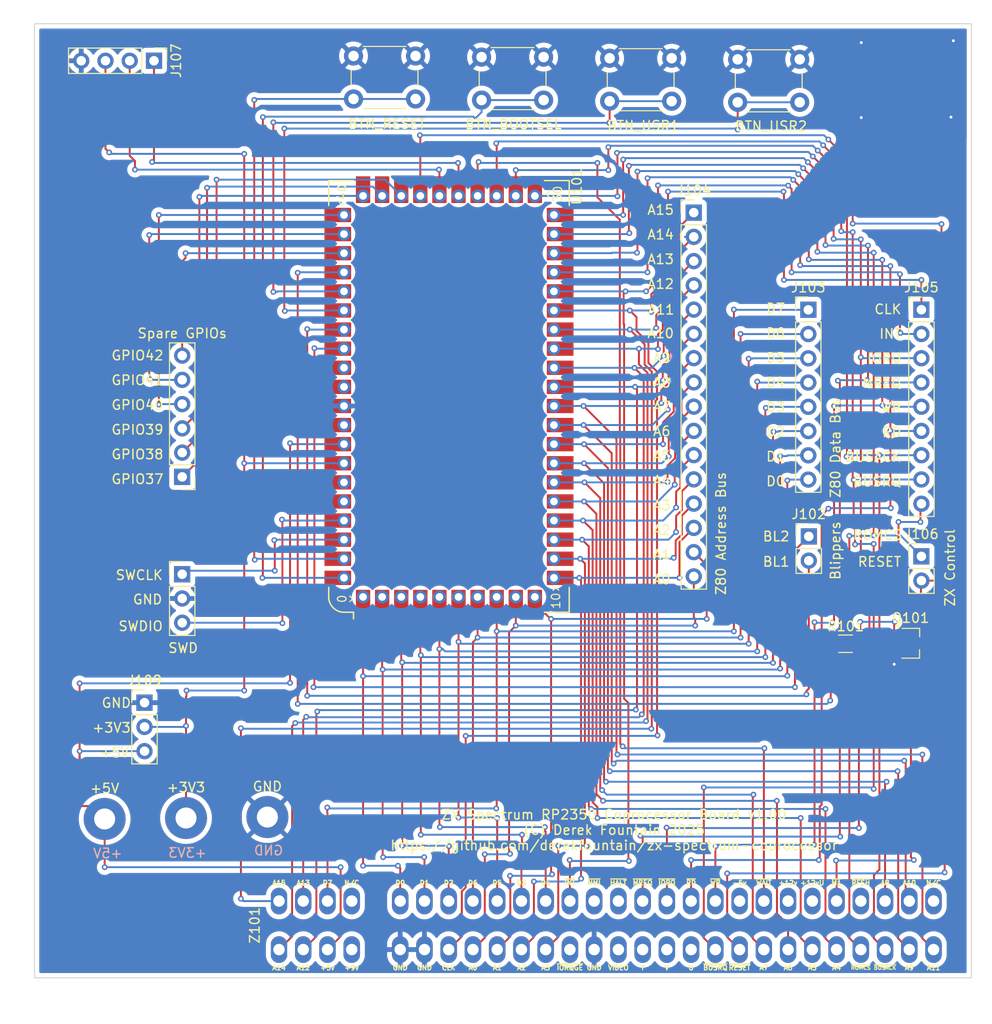
<source format=kicad_pcb>
(kicad_pcb (version 20240108) (generator "pcbnew") (generator_version "8.0")
  (title_block (title "ZX Spectrum RP2350 Stamp XL Coprocessor Interface") (date "2025-03-17"))
  (layers (0 "F.Cu" signal) (31 "B.Cu" signal) (34 "B.Paste" user) (35 "F.Paste" user) (36 "B.SilkS" user "B.Silkscreen") (37 "F.SilkS" user "F.Silkscreen") (38 "B.Mask" user) (39 "F.Mask" user) (44 "Edge.Cuts" user))
  (net 0 "")
  (net 1 "+5V")
  (net 2 "+3V3")
  (net 3 "GND")
  (net 4 "/SWDIO")
  (net 5 "/SWCLK")
  (net 6 "/BLIPPER1")
  (net 7 "/BLIPPER2")
  (net 9 "ZXD7")
  (net 10 "ZXD2")
  (net 11 "ZXD3")
  (net 12 "ZXD6")
  (net 13 "ZXD1")
  (net 14 "ZXD4")
  (net 15 "ZXD0")
  (net 17 "ZXD5")
  (net 18 "ZXA8")
  (net 19 "ZXA12")
  (net 20 "ZXA9")
  (net 21 "ZXA7")
  (net 22 "ZXA13")
  (net 23 "ZXA2")
  (net 24 "ZXA5")
  (net 26 "ZXA14")
  (net 27 "ZXA6")
  (net 28 "ZXA10")
  (net 29 "ZXA1")
  (net 30 "ZXA0")
  (net 31 "ZXA4")
  (net 32 "ZXA15")
  (net 33 "ZXA11")
  (net 34 "ZXA3")
  (net 35 "ZXMREQ")
  (net 36 "ZXWR")
  (net 37 "ZXINT")
  (net 38 "ZXRD")
  (net 39 "ZXBUSACK")
  (net 40 "ZXIORQ")
  (net 41 "ZXCLK")
  (net 42 "ZXRESET")
  (net 43 "ZXROMCS")
  (net 44 "/I2C1_SCL")
  (net 45 "/I2C1_SDA")
  (net 46 "/GPIO40")
  (net 47 "/GPIO42")
  (net 48 "/GPIO41")
  (net 51 "Net-(Q101-B)")
  (net 52 "RESET_Z80")
  (net 53 "/~{RESET}")
  (net 54 "/BOOTSEL")
  (net 55 "/BTN_USR1")
  (net 56 "/BTN_USR2")
  (net 57 "ZXBUSRQ")
  (net 58 "ZXWAIT")
  (net 66 "/GPIO37")
  (net 67 "/GPIO38")
  (net 69 "/GPIO39")
  (net 70 "ZXM1")
  (footprint "Button_Switch_THT:SW_PUSH_6mm_H4.3mm" (layer "F.Cu") (at 98.466666 56.566666)
    (property "Reference" "SW102" (hide yes))
    (property "Value" "BTN_BOOTSEL")
  )
  (footprint "Connector_PinHeader_2.54mm:PinHeader_1x02_P2.54mm_Vertical" (layer "F.Cu") (at 144.55 108.85)
    (property "Reference" "J106")
    (property "Value" "ZX Control")
  )
  (footprint "rp2350:RP2xxx_Stamp_XL_THT" (layer "F.Cu") (at 95.05 92.1 90)
    (property "Reference" "U101")
    (property "Value" "RP2350_Stamp_XL")
  )
  (footprint "MountingHole:MountingHole_2.2mm_M2_Pad" (layer "F.Cu") (at 67.5 136.25 180)
    (property "Reference" "H102" (hide yes))
    (property "Value" "+3V3")
  )
  (footprint "zxedge:Spectrum_Edge_Connector" (layer "F.Cu") (at 110.262 147.488)
    (property "Reference" "Z101")
    (property "Value" "ZX48Bus")
  )
  (footprint "MountingHole:MountingHole_2.2mm_M2_Pad" (layer "F.Cu") (at 76.025 136.15 180)
    (property "Reference" "H103" (hide yes))
    (property "Value" "GND")
  )
  (footprint "Button_Switch_THT:SW_PUSH_6mm_H4.3mm" (layer "F.Cu") (at 125.3 56.799998)
    (property "Reference" "SW104" (hide yes))
    (property "Value" "BTN_USR2")
  )
  (footprint "Connector_PinHeader_2.54mm:PinHeader_1x09_P2.54mm_Vertical" (layer "F.Cu") (at 144.55 83.02)
    (property "Reference" "J105")
    (property "Value" "Conn_01x09")
  )
  (footprint "Resistor_SMD:R_1206_3216Metric_Pad1.30x1.75mm_HandSolder" (layer "F.Cu") (at 136.6 118)
    (property "Reference" "R101")
    (property "Value" "1K")
  )
  (footprint "Connector_PinHeader_2.54mm:PinHeader_1x02_P2.54mm_Vertical" (layer "F.Cu") (at 132.75 106.76)
    (property "Reference" "J102")
    (property "Value" "Blippers")
  )
  (footprint "Connector_PinHeader_2.54mm:PinHeader_1x04_P2.54mm_Vertical" (layer "F.Cu") (at 64.14 56.95 -90)
    (property "Reference" "J107")
    (property "Value" "OLED")
  )
  (footprint "Package_TO_SOT_SMD:TSOT-23_HandSoldering" (layer "F.Cu") (at 143.41 117.95)
    (property "Reference" "Q101")
    (property "Value" "PMBT2222A")
  )
  (footprint "MountingHole:MountingHole_2.2mm_M2_Pad" (layer "F.Cu") (at 58.975 136.35 180)
    (property "Reference" "H101" (hide yes))
    (property "Value" "+5V")
  )
  (footprint "Connector_PinHeader_2.54mm:PinHeader_1x08_P2.54mm_Vertical" (layer "F.Cu") (at 132.7 83.03)
    (property "Reference" "J103")
    (property "Value" "Z80 Data Bus")
  )
  (footprint "Connector_PinHeader_2.54mm:PinHeader_1x03_P2.54mm_Vertical" (layer "F.Cu") (at 63.15 124.17)
    (property "Reference" "J109")
    (property "Value" "Conn_01x03")
  )
  (footprint "Button_Switch_THT:SW_PUSH_6mm_H4.3mm" (layer "F.Cu") (at 85.05 56.45)
    (property "Reference" "SW101" (hide yes))
    (property "Value" "BTN_RESET")
  )
  (footprint "Connector_PinHeader_2.54mm:PinHeader_1x03_P2.54mm_Vertical" (layer "F.Cu") (at 67.1 110.72)
    (property "Reference" "J101" (hide yes))
    (property "Value" "SWD")
  )
  (footprint "Connector_PinHeader_2.54mm:PinHeader_1x16_P2.54mm_Vertical" (layer "F.Cu") (at 120.7 72.85)
    (property "Reference" "J104")
    (property "Value" "Z80 Address Bus")
  )
  (footprint "Button_Switch_THT:SW_PUSH_6mm_H4.3mm" (layer "F.Cu") (at 111.883332 56.683332)
    (property "Reference" "SW103" (hide yes))
    (property "Value" "BTN_USR1")
  )
  (footprint "Connector_PinHeader_2.54mm:PinHeader_1x06_P2.54mm_Vertical" (layer "F.Cu") (at 67.1 100.525 180)
    (property "Reference" "J108" (hide yes))
    (property "Value" "Spare GPIOs")
  )
  (gr_rect (start 51.624 53.076) (end 149.788 152.986) (stroke (width 0.1)) (fill none) (layer "Edge.Cuts"))
  (gr_text "+3V3" (at 67.65 139.9 0) (layer "B.SilkS") (effects (font (size 1 1)) (justify mirror)))
  (gr_text "+5V" (at 59.3 139.95 0) (layer "B.SilkS") (effects (font (size 1 1)) (justify mirror)))
  (gr_text "GND" (at 76.15 139.65 0) (layer "B.SilkS") (effects (font (size 1 1)) (justify mirror)))
  (gr_text "BL1" (at 127.85 110 0) (layer "F.SilkS") (effects (font (size 1 1)) (justify left bottom)))
  (gr_text "IORQ" (at 138.771429 88.712858 0) (layer "F.SilkS") (effects (font (size 1 1)) (justify left bottom)))
  (gr_text "INT" (at 140.057143 86.134287 0) (layer "F.SilkS") (effects (font (size 1 1)) (justify left bottom)))
  (gr_text "D5" (at 128.2 88.641428 0) (layer "F.SilkS") (effects (font (size 1 1)) (justify left bottom)))
  (gr_text "GPIO38" (at 59.6 98.76 0) (layer "F.SilkS") (effects (font (size 1 1)) (justify left bottom)))
  (gr_text "A15" (at 115.75 73.15 0) (layer "F.SilkS") (effects (font (size 1 1)) (justify left bottom)))
  (gr_text "A13" (at 115.75 78.321428 0) (layer "F.SilkS") (effects (font (size 1 1)) (justify left bottom)))
  (gr_text "D3" (at 128.2 93.812856 0) (layer "F.SilkS") (effects (font (size 1 1)) (justify left bottom)))
  (gr_text "SWDIO" (at 60.335715 116.75 0) (layer "F.SilkS") (effects (font (size 1 1)) (justify left bottom)))
  (gr_text "A1" (at 116.35 109.264284 0) (layer "F.SilkS") (effects (font (size 1 1)) (justify left bottom)))
  (gr_text "A12" (at 115.75 80.907142 0) (layer "F.SilkS") (effects (font (size 1 1)) (justify left bottom)))
  (gr_text "GPIO37" (at 59.6 101.35 0) (layer "F.SilkS") (effects (font (size 1 1)) (justify left bottom)))
  (gr_text "GPIO40" (at 59.6 93.58 0) (layer "F.SilkS") (effects (font (size 1 1)) (justify left bottom)))
  (gr_text "A5" (at 116.35 98.921428 0) (layer "F.SilkS") (effects (font (size 1 1)) (justify left bottom)))
  (gr_text "MREQ" (at 138.247619 91.291429 0) (layer "F.SilkS") (effects (font (size 1 1)) (justify left bottom)))
  (gr_text "BL2" (at 127.85 107.35 0) (layer "F.SilkS") (effects (font (size 1 1)) (justify left bottom)))
  (gr_text "D0" (at 128.2 101.57 0) (layer "F.SilkS") (effects (font (size 1 1)) (justify left bottom)))
  (gr_text "SWCLK" (at 60.05 111.4 0) (layer "F.SilkS") (effects (font (size 1 1)) (justify left bottom)))
  (gr_text "ZX Spectrum RP2350 Coprocessor Board v1.00\n(C) Derek Fountain 2025\nhttps://github.com/derekfountain/zx-spectrum-coprocessor" (at 112.35 139.7 0) (layer "F.SilkS") (effects (font (size 1 1)) (justify bottom)))
  (gr_text "A2" (at 116.35 106.67857 0) (layer "F.SilkS") (effects (font (size 1 1)) (justify left bottom)))
  (gr_text "A8" (at 116.35 91.25 0) (layer "F.SilkS") (effects (font (size 1 1)) (justify left bottom)))
  (gr_text "GND" (at 60.2 124.2 0) (layer "F.SilkS") (effects (font (size 1 1))))
  (gr_text "D1" (at 128.2 98.984284 0) (layer "F.SilkS") (effects (font (size 1 1)) (justify left bottom)))
  (gr_text "D2" (at 128.2 96.39857 0) (layer "F.SilkS") (effects (font (size 1 1)) (justify left bottom)))
  (gr_text "A11" (at 115.8 83.6 0) (layer "F.SilkS") (effects (font (size 1 1)) (justify left bottom)))
  (gr_text "GPIO42" (at 59.6 88.4 0) (layer "F.SilkS") (effects (font (size 1 1)) (justify left bottom)))
  (gr_text "BUSRQ" (at 137.295238 101.605716 0) (layer "F.SilkS") (effects (font (size 1 1)) (justify left bottom)))
  (gr_text "RD" (at 140.342857 96.448571 0) (layer "F.SilkS") (effects (font (size 1 1)) (justify left bottom)))
  (gr_text "A3" (at 116.35 104.092856 0) (layer "F.SilkS") (effects (font (size 1 1)) (justify left bottom)))
  (gr_text "+5V" (at 60 129.4 0) (layer "F.SilkS") (effects (font (size 1 1))))
  (gr_text "D4" (at 128.2 91.227142 0) (layer "F.SilkS") (effects (font (size 1 1)) (justify left bottom)))
  (gr_text "GPIO41" (at 59.6 90.99 0) (layer "F.SilkS") (effects (font (size 1 1)) (justify left bottom)))
  (gr_text "A4" (at 116.35 101.507142 0) (layer "F.SilkS") (effects (font (size 1 1)) (justify left bottom)))
  (gr_text "GND" (at 61.85 113.95 0) (layer "F.SilkS") (effects (font (size 1 1)) (justify left bottom)))
  (gr_text "+3V3" (at 59.7 126.8 0) (layer "F.SilkS") (effects (font (size 1 1))))
  (gr_text "GPIO39" (at 59.6 96.17 0) (layer "F.SilkS") (effects (font (size 1 1)) (justify left bottom)))
  (gr_text "A6" (at 116.35 96.335714 0) (layer "F.SilkS") (effects (font (size 1 1)) (justify left bottom)))
  (gr_text "D7" (at 128.2 83.47 0) (layer "F.SilkS") (effects (font (size 1 1)) (justify left bottom)))
  (gr_text "A14" (at 115.75 75.735714 0) (layer "F.SilkS") (effects (font (size 1 1)) (justify left bottom)))
  (gr_text "BUSACK" (at 136.485714 99.027142 0) (layer "F.SilkS") (effects (font (size 1 1)) (justify left bottom)))
  (gr_text "A10" (at 115.75 86.07857 0) (layer "F.SilkS") (effects (font (size 1 1)) (justify left bottom)))
  (gr_text "A9" (at 116.35 88.664284 0) (layer "F.SilkS") (effects (font (size 1 1)) (justify left bottom)))
  (gr_text "A0" (at 116.35 111.85 0) (layer "F.SilkS") (effects (font (size 1 1)) (justify left bottom)))
  (gr_text "ROMCS" (at 137.3 107.2 0) (layer "F.SilkS") (effects (font (size 1 1)) (justify left bottom)))
  (gr_text "CLK" (at 139.533333 83.555716 0) (layer "F.SilkS") (effects (font (size 1 1)) (justify left bottom)))
  (gr_text "WR" (at 140.2 93.87 0) (layer "F.SilkS") (effects (font (size 1 1)) (justify left bottom)))
  (gr_text "A7" (at 116.35 93.75 0) (layer "F.SilkS") (effects (font (size 1 1)) (justify left bottom)))
  (gr_text "D6" (at 128.2 86.055714 0) (layer "F.SilkS") (effects (font (size 1 1)) (justify left bottom)))
  (gr_text "RESET" (at 137.8 110 0) (layer "F.SilkS") (effects (font (size 1 1)) (justify left bottom)))
  (segment (start 83.6984 148.6516) (end 82.322 150.028) (width 0.2) (layer "F.Cu") (net 1))
  (segment (start 56.35 129.25) (end 56.35 135) (width 0.2) (layer "F.Cu") (net 1))
  (segment (start 58.975 141.4) (end 58.975 136.35) (width 0.2) (layer "F.Cu") (net 1))
  (segment (start 83.6984 141.4) (end 83.6984 148.6516) (width 0.2) (layer "F.Cu") (net 1))
  (segment (start 56.35 135) (end 57.625 135) (width 0.2) (layer "F.Cu") (net 1))
  (segment (start 78.4 122.1) (end 78.4 97) (width 0.2) (layer "F.Cu") (net 1))
  (segment (start 56.35 135) (end 56.35 122.15) (width 0.2) (layer "F.Cu") (net 1))
  (segment (start 57.625 135) (end 58.975 136.35) (width 0.2) (layer "F.Cu") (net 1))
  (via (at 78.4 97) (size 0.6) (drill 0.3) (layers "F.Cu" "B.Cu") (net 1))
  (via (at 56.35 129.25) (size 0.6) (drill 0.3) (layers "F.Cu" "B.Cu") (net 1))
  (via (at 83.6984 141.4) (size 0.6) (drill 0.3) (layers "F.Cu" "B.Cu") (net 1))
  (via (at 56.35 122.15) (size 0.6) (drill 0.3) (layers "F.Cu" "B.Cu") (net 1))
  (via (at 58.975 141.4) (size 0.6) (drill 0.3) (layers "F.Cu" "B.Cu") (net 1))
  (via (at 78.4 122.1) (size 0.6) (drill 0.3) (layers "F.Cu" "B.Cu") (net 1))
  (segment (start 78.4 97) (end 78.5 97.1) (width 0.2) (layer "B.Cu") (net 1))
  (segment (start 78.35 122.15) (end 78.4 122.1) (width 0.2) (layer "B.Cu") (net 1))
  (segment (start 56.35 129.25) (end 63.15 129.25) (width 0.2) (layer "B.Cu") (net 1))
  (segment (start 83.6984 141.4) (end 58.975 141.4) (width 0.2) (layer "B.Cu") (net 1))
  (segment (start 78.5 97.1) (end 84.05 97.1) (width 0.2) (layer "B.Cu") (net 1))
  (segment (start 56.35 122.15) (end 78.35 122.15) (width 0.2) (layer "B.Cu") (net 1))
  (segment (start 67.55 122.9) (end 67.55 123.5) (width 0.2) (layer "F.Cu") (net 2))
  (segment (start 59.45 66.55) (end 59.06 66.16) (width 0.2) (layer "F.Cu") (net 2))
  (segment (start 67.55 123.5) (end 67.5 123.55) (width 0.2) (layer "F.Cu") (net 2))
  (segment (start 59.06 66.16) (end 59.06 56.95) (width 0.2) (layer "F.Cu") (net 2))
  (segment (start 67.5 123.55) (end 67.5 126.6) (width 0.2) (layer "F.Cu") (net 2))
  (segment (start 67.5 126.6) (end 67.5 136.25) (width 0.2) (layer "F.Cu") (net 2))
  (segment (start 73.6 99.1) (end 73.6 66.7) (width 0.2) (layer "F.Cu") (net 2))
  (segment (start 73.6 99.1) (end 73.6 122.9) (width 0.2) (layer "F.Cu") (net 2))
  (via (at 67.55 122.9) (size 0.6) (drill 0.3) (layers "F.Cu" "B.Cu") (net 2))
  (via (at 59.45 66.55) (size 0.6) (drill 0.3) (layers "F.Cu" "B.Cu") (net 2))
  (via (at 73.6 66.7) (size 0.6) (drill 0.3) (layers "F.Cu" "B.Cu") (net 2))
  (via (at 73.6 122.9) (size 0.6) (drill 0.3) (layers "F.Cu" "B.Cu") (net 2))
  (via (at 73.6 99.1) (size 0.6) (drill 0.3) (layers "F.Cu" "B.Cu") (net 2))
  (via (at 67.5 126.6) (size 0.6) (drill 0.3) (layers "F.Cu" "B.Cu") (net 2))
  (segment (start 73.6 66.7) (end 59.6 66.7) (width 0.2) (layer "B.Cu") (net 2))
  (segment (start 67.39 126.71) (end 63.15 126.71) (width 0.2) (layer "B.Cu") (net 2))
  (segment (start 59.6 66.7) (end 59.45 66.55) (width 0.2) (layer "B.Cu") (net 2))
  (segment (start 84.05 99.1) (end 73.6 99.1) (width 0.2) (layer "B.Cu") (net 2))
  (segment (start 67.5 126.6) (end 67.39 126.71) (width 0.2) (layer "B.Cu") (net 2))
  (segment (start 67.55 122.9) (end 73.6 122.9) (width 0.2) (layer "B.Cu") (net 2))
  (segment (start 141.7 118.9) (end 141.7 120.15) (width 0.2) (layer "F.Cu") (net 3))
  (via (at 138.25 62.9) (size 0.6) (drill 0.3) (layers "F.Cu" "B.Cu") (net 3))
  (via (at 138.25 55.05) (size 0.6) (drill 0.3) (layers "F.Cu" "B.Cu") (net 3))
  (via (at 141.7 120.15) (size 0.6) (drill 0.3) (layers "F.Cu" "B.Cu") (net 3))
  (via (at 147.9 54.85) (size 0.6) (drill 0.3) (layers "F.Cu" "B.Cu") (net 3))
  (via (at 147.65 62.85) (size 0.6) (drill 0.3) (layers "F.Cu" "B.Cu") (net 3))
  (segment (start 77.6 105.05) (end 77.55 105) (width 0.2) (layer "F.Cu") (net 4))
  (segment (start 77.6 115.85) (end 77.6 105.05) (width 0.2) (layer "F.Cu") (net 4))
  (via (at 77.6 115.85) (size 0.6) (drill 0.3) (layers "F.Cu" "B.Cu") (net 4))
  (via (at 77.55 105) (size 0.6) (drill 0.3) (layers "F.Cu" "B.Cu") (net 4))
  (segment (start 77.55 105) (end 77.65 105.1) (width 0.2) (layer "B.Cu") (net 4))
  (segment (start 77.55 115.8) (end 77.6 115.85) (width 0.2) (layer "B.Cu") (net 4))
  (segment (start 67.1 115.8) (end 77.55 115.8) (width 0.2) (layer "B.Cu") (net 4))
  (segment (start 77.65 105.1) (end 84.05 105.1) (width 0.2) (layer "B.Cu") (net 4))
  (segment (start 76.8 110.35) (end 76.8 107.2) (width 0.2) (layer "F.Cu") (net 5))
  (segment (start 76.8 107.2) (end 76.75 107.15) (width 0.2) (layer "F.Cu") (net 5))
  (via (at 76.75 107.15) (size 0.6) (drill 0.3) (layers "F.Cu" "B.Cu") (net 5))
  (via (at 76.8 110.35) (size 0.6) (drill 0.3) (layers "F.Cu" "B.Cu") (net 5))
  (segment (start 76.75 107.15) (end 76.8 107.1) (width 0.2) (layer "B.Cu") (net 5))
  (segment (start 67.1 110.72) (end 67.47 110.35) (width 0.2) (layer "B.Cu") (net 5))
  (segment (start 76.8 107.1) (end 84.05 107.1) (width 0.2) (layer "B.Cu") (net 5))
  (segment (start 67.47 110.35) (end 76.8 110.35) (width 0.2) (layer "B.Cu") (net 5))
  (segment (start 80.2 85.05) (end 80.2 123.45) (width 0.2) (layer "F.Cu") (net 6))
  (segment (start 132.75 122.7) (end 132.75 109.3) (width 0.2) (layer "F.Cu") (net 6))
  (segment (start 132.5 123.3) (end 132.5 122.95) (width 0.2) (layer "F.Cu") (net 6))
  (segment (start 132.5 122.95) (end 132.75 122.7) (width 0.2) (layer "F.Cu") (net 6))
  (via (at 132.5 123.3) (size 0.6) (drill 0.3) (layers "F.Cu" "B.Cu") (net 6))
  (via (at 80.2 85.05) (size 0.6) (drill 0.3) (layers "F.Cu" "B.Cu") (net 6))
  (via (at 80.2 123.45) (size 0.6) (drill 0.3) (layers "F.Cu" "B.Cu") (net 6))
  (segment (start 132.35 123.45) (end 132.5 123.3) (width 0.2) (layer "B.Cu") (net 6))
  (segment (start 80.25 85.1) (end 80.2 85.05) (width 0.2) (layer "B.Cu") (net 6))
  (segment (start 84.05 85.1) (end 80.25 85.1) (width 0.2) (layer "B.Cu") (net 6))
  (segment (start 80.2 123.45) (end 132.35 123.45) (width 0.2) (layer "B.Cu") (net 6))
  (segment (start 131.3 108.21) (end 132.75 106.76) (width 0.2) (layer "F.Cu") (net 7))
  (segment (start 131.3 122.55) (end 131.3 108.21) (width 0.2) (layer "F.Cu") (net 7))
  (segment (start 80.95 122.45) (end 80.85 122.55) (width 0.2) (layer "F.Cu") (net 7))
  (segment (start 80.95 87.05) (end 80.95 122.45) (width 0.2) (layer "F.Cu") (net 7))
  (via (at 80.95 87.05) (size 0.6) (drill 0.3) (layers "F.Cu" "B.Cu") (net 7))
  (via (at 80.85 122.55) (size 0.6) (drill 0.3) (layers "F.Cu" "B.Cu") (net 7))
  (via (at 131.3 122.55) (size 0.6) (drill 0.3) (layers "F.Cu" "B.Cu") (net 7))
  (segment (start 80.85 122.55) (end 131.3 122.55) (width 0.2) (layer "B.Cu") (net 7))
  (segment (start 84.05 87.1) (end 81 87.1) (width 0.2) (layer "B.Cu") (net 7))
  (segment (start 81 87.1) (end 80.95 87.05) (width 0.2) (layer "B.Cu") (net 7))
  (segment (start 100.05 113.1) (end 100.05 116.7) (width 0.2) (layer "F.Cu") (net 9))
  (segment (start 100.05 135.2) (end 100 135.25) (width 0.2) (layer "F.Cu") (net 9))
  (segment (start 82.3 135.15) (end 82.3 135.7) (width 0.2) (layer "F.Cu") (net 9))
  (segment (start 82.3 135.7) (end 82.322 135.722) (width 0.2) (layer "F.Cu") (net 9))
  (segment (start 82.322 135.722) (end 82.322 144.948) (width 0.2) (layer "F.Cu") (net 9))
  (segment (start 100.05 116.7) (end 100.05 135.2) (width 0.2) (layer "F.Cu") (net 9))
  (segment (start 124.9 116.7) (end 124.9 83) (width 0.2) (layer "F.Cu") (net 9))
  (via (at 124.9 83) (size 0.6) (drill 0.3) (layers "F.Cu" "B.Cu") (net 9))
  (via (at 100 135.25) (size 0.6) (drill 0.3) (layers "F.Cu" "B.Cu") (net 9))
  (via (at 82.3 135.15) (size 0.6) (drill 0.3) (layers "F.Cu" "B.Cu") (net 9))
  (via (at 124.9 116.7) (size 0.6) (drill 0.3) (layers "F.Cu" "B.Cu") (net 9))
  (via (at 100.05 116.7) (size 0.6) (drill 0.3) (layers "F.Cu" "B.Cu") (net 9))
  (segment (start 100 135.25) (end 82.4 135.25) (width 0.2) (layer "B.Cu") (net 9))
  (segment (start 124.9 83) (end 124.93 83.03) (width 0.2) (layer "B.Cu") (net 9))
  (segment (start 124.93 83.03) (end 132.7 83.03) (width 0.2) (layer "B.Cu") (net 9))
  (segment (start 100.05 116.7) (end 124.9 116.7) (width 0.2) (layer "B.Cu") (net 9))
  (segment (start 82.4 135.25) (end 82.3 135.15) (width 0.2) (layer "B.Cu") (net 9))
  (segment (start 90.05 119.85) (end 90.15 119.95) (width 0.2) (layer "F.Cu") (net 10))
  (segment (start 90.15 119.95) (end 90.15 139.15) (width 0.2) (layer "F.Cu") (net 10))
  (segment (start 95.05 139.2) (end 95.022 139.228) (width 0.2) (layer "F.Cu") (net 10))
  (segment (start 129 95.85) (end 129.05 95.8) (width 0.2) (layer "F.Cu") (net 10))
  (segment (start 95.022 139.228) (end 95.022 144.948) (width 0.2) (layer "F.Cu") (net 10))
  (segment (start 129 120) (end 129 95.85) (width 0.2) (layer "F.Cu") (net 10))
  (segment (start 90.05 113.75) (end 90.05 119.85) (width 0.2) (layer "F.Cu") (net 10))
  (via (at 90.15 139.15) (size 0.6) (drill 0.3) (layers "F.Cu" "B.Cu") (net 10))
  (via (at 129.05 95.8) (size 0.6) (drill 0.3) (layers "F.Cu" "B.Cu") (net 10))
  (via (at 95.05 139.2) (size 0.6) (drill 0.3) (layers "F.Cu" "B.Cu") (net 10))
  (via (at 90.15 119.95) (size 0.6) (drill 0.3) (layers "F.Cu" "B.Cu") (net 10))
  (via (at 129 120) (size 0.6) (drill 0.3) (layers "F.Cu" "B.Cu") (net 10))
  (segment (start 129.57 95.73) (end 132.7 95.73) (width 0.2) (layer "B.Cu") (net 10))
  (segment (start 90.2 120) (end 129 120) (width 0.2) (layer "B.Cu") (net 10))
  (segment (start 129.05 95.8) (end 129.5 95.8) (width 0.2) (layer "B.Cu") (net 10))
  (segment (start 129.5 95.8) (end 129.57 95.73) (width 0.2) (layer "B.Cu") (net 10))
  (segment (start 95 139.15) (end 95.05 139.2) (width 0.2) (layer "B.Cu") (net 10))
  (segment (start 90.15 139.15) (end 95 139.15) (width 0.2) (layer "B.Cu") (net 10))
  (segment (start 90.15 119.95) (end 90.2 120) (width 0.2) (layer "B.Cu") (net 10))
  (segment (start 128.2 119.4) (end 128.2 93.35) (width 0.2) (layer "F.Cu") (net 11))
  (segment (start 92.05 119.15) (end 92.1 119.2) (width 0.2) (layer "F.Cu") (net 11))
  (segment (start 102.7 138) (end 102.7 139.05) (width 0.2) (layer "F.Cu") (net 11))
  (segment (start 128.2 93.35) (end 128.25 93.3) (width 0.2) (layer "F.Cu") (net 11))
  (segment (start 92.1 119.2) (end 92.1 138) (width 0.2) (layer "F.Cu") (net 11))
  (segment (start 102.7 139.05) (end 102.642 139.108) (width 0.2) (layer "F.Cu") (net 11))
  (segment (start 92.05 113.1) (end 92.05 119.15) (width 0.2) (layer "F.Cu") (net 11))
  (segment (start 102.642 139.108) (end 102.642 144.948) (width 0.2) (layer "F.Cu") (net 11))
  (via (at 102.7 138) (size 0.6) (drill 0.3) (layers "F.Cu" "B.Cu") (net 11))
  (via (at 128.25 93.3) (size 0.6) (drill 0.3) (layers "F.Cu" "B.Cu") (net 11))
  (via (at 92.1 138) (size 0.6) (drill 0.3) (layers "F.Cu" "B.Cu") (net 11))
  (via (at 92.1 119.2) (size 0.6) (drill 0.3) (layers "F.Cu" "B.Cu") (net 11))
  (via (at 128.2 119.4) (size 0.6) (drill 0.3) (layers "F.Cu" "B.Cu") (net 11))
  (segment (start 92.3 119.4) (end 128.2 119.4) (width 0.2) (layer "B.Cu") (net 11))
  (segment (start 92.1 119.2) (end 92.3 119.4) (width 0.2) (layer "B.Cu") (net 11))
  (segment (start 128.25 93.3) (end 128.36 93.19) (width 0.2) (layer "B.Cu") (net 11))
  (segment (start 128.36 93.19) (end 132.7 93.19) (width 0.2) (layer "B.Cu") (net 11))
  (segment (start 92.1 138) (end 102.7 138) (width 0.2) (layer "B.Cu") (net 11))
  (segment (start 98.05 117.35) (end 97.562 117.838) (width 0.2) (layer "F.Cu") (net 12))
  (segment (start 97.562 117.838) (end 97.562 144.948) (width 0.2) (layer "F.Cu") (net 12))
  (segment (start 98.05 113.1) (end 98.05 117.35) (width 0.2) (layer "F.Cu") (net 12))
  (segment (start 125.6 117.35) (end 125.6 85.55) (width 0.2) (layer "F.Cu") (net 12))
  (via (at 98.05 117.35) (size 0.6) (drill 0.3) (layers "F.Cu" "B.Cu") (net 12))
  (via (at 125.6 117.35) (size 0.6) (drill 0.3) (layers "F.Cu" "B.Cu") (net 12))
  (via (at 125.6 85.55) (size 0.6) (drill 0.3) (layers "F.Cu" "B.Cu") (net 12))
  (segment (start 98.05 117.35) (end 125.6 117.35) (width 0.2) (layer "B.Cu") (net 12))
  (segment (start 125.6 85.55) (end 125.62 85.57) (width 0.2) (layer "B.Cu") (net 12))
  (segment (start 125.62 85.57) (end 132.7 85.57) (width 0.2) (layer "B.Cu") (net 12))
  (segment (start 88.05 120.65) (end 88.1 120.7) (width 0.2) (layer "F.Cu") (net 13))
  (segment (start 88.05 113.1) (end 88.05 120.65) (width 0.2) (layer "F.Cu") (net 13))
  (segment (start 92.482 140.382) (end 92.482 144.948) (width 0.2) (layer "F.Cu") (net 13))
  (segment (start 92.45 140.35) (end 92.482 140.382) (width 0.2) (layer "F.Cu") (net 13))
  (segment (start 88.1 140.3) (end 88.15 140.35) (width 0.2) (layer "F.Cu") (net 13))
  (segment (start 129.75 120.6) (end 129.75 98.35) (width 0.2) (layer "F.Cu") (net 13))
  (segment (start 88.1 120.7) (end 88.1 140.3) (width 0.2) (layer "F.Cu") (net 13))
  (via (at 129.75 120.6) (size 0.6) (drill 0.3) (layers "F.Cu" "B.Cu") (net 13))
  (via (at 92.45 140.35) (size 0.6) (drill 0.3) (layers "F.Cu" "B.Cu") (net 13))
  (via (at 88.1 120.7) (size 0.6) (drill 0.3) (layers "F.Cu" "B.Cu") (net 13))
  (via (at 129.75 98.35) (size 0.6) (drill 0.3) (layers "F.Cu" "B.Cu") (net 13))
  (via (at 88.15 140.35) (size 0.6) (drill 0.3) (layers "F.Cu" "B.Cu") (net 13))
  (segment (start 88.15 140.35) (end 92.45 140.35) (width 0.2) (layer "B.Cu") (net 13))
  (segment (start 129.65 120.7) (end 129.75 120.6) (width 0.2) (layer "B.Cu") (net 13))
  (segment (start 88.1 120.7) (end 129.65 120.7) (width 0.2) (layer "B.Cu") (net 13))
  (segment (start 129.75 98.35) (end 130.45 98.35) (width 0.2) (layer "B.Cu") (net 13))
  (segment (start 130.45 98.35) (end 130.53 98.27) (width 0.2) (layer "B.Cu") (net 13))
  (segment (start 130.53 98.27) (end 132.7 98.27) (width 0.2) (layer "B.Cu") (net 13))
  (segment (start 105.1 137.2) (end 105.1 137.6) (width 0.2) (layer "F.Cu") (net 14))
  (segment (start 94.05 113.1) (end 94.05 118.55) (width 0.2) (layer "F.Cu") (net 14))
  (segment (start 94.05 137.15) (end 94.1 137.2) (width 0.2) (layer "F.Cu") (net 14))
  (segment (start 94.05 118.55) (end 94.05 137.15) (width 0.2) (layer "F.Cu") (net 14))
  (segment (start 105.182 137.682) (end 105.182 144.948) (width 0.2) (layer "F.Cu") (net 14))
  (segment (start 105.1 137.6) (end 105.182 137.682) (width 0.2) (layer "F.Cu") (net 14))
  (segment (start 127.35 118.8) (end 127.35 90.55) (width 0.2) (layer "F.Cu") (net 14))
  (via (at 94.05 118.55) (size 0.6) (drill 0.3) (layers "F.Cu" "B.Cu") (net 14))
  (via (at 127.35 90.55) (size 0.6) (drill 0.3) (layers "F.Cu" "B.Cu") (net 14))
  (via (at 105.1 137.2) (size 0.6) (drill 0.3) (layers "F.Cu" "B.Cu") (net 14))
  (via (at 94.1 137.2) (size 0.6) (drill 0.3) (layers "F.Cu" "B.Cu") (net 14))
  (via (at 127.35 118.8) (size 0.6) (drill 0.3) (layers "F.Cu" "B.Cu") (net 14))
  (segment (start 127.35 90.55) (end 127.45 90.65) (width 0.2) (layer "B.Cu") (net 14))
  (segment (start 127.45 90.65) (end 132.7 90.65) (width 0.2) (layer "B.Cu") (net 14))
  (segment (start 94.65 118.8) (end 127.35 118.8) (width 0.2) (layer "B.Cu") (net 14))
  (segment (start 94.1 137.2) (end 105.1 137.2) (width 0.2) (layer "B.Cu") (net 14))
  (segment (start 94.05 118.55) (end 94.4 118.55) (width 0.2) (layer "B.Cu") (net 14))
  (segment (start 94.4 118.55) (end 94.65 118.8) (width 0.2) (layer "B.Cu") (net 14))
  (segment (start 86.05 121.4) (end 86.05 141.25) (width 0.2) (layer "F.Cu") (net 15))
  (segment (start 130.5 121.35) (end 130.5 100.9) (width 0.2) (layer "F.Cu") (net 15))
  (segment (start 89.7 141.25) (end 89.942 141.492) (width 0.2) (layer "F.Cu") (net 15))
  (segment (start 89.942 141.492) (end 89.942 144.948) (width 0.2) (layer "F.Cu") (net 15))
  (segment (start 86.05 113.75) (end 86.05 121.4) (width 0.2) (layer "F.Cu") (net 15))
  (via (at 130.5 100.9) (size 0.6) (drill 0.3) (layers "F.Cu" "B.Cu") (net 15))
  (via (at 86.05 141.25) (size 0.6) (drill 0.3) (layers "F.Cu" "B.Cu") (net 15))
  (via (at 89.7 141.25) (size 0.6) (drill 0.3) (layers "F.Cu" "B.Cu") (net 15))
  (via (at 130.5 121.35) (size 0.6) (drill 0.3) (layers "F.Cu" "B.Cu") (net 15))
  (via (at 86.05 121.4) (size 0.6) (drill 0.3) (layers "F.Cu" "B.Cu") (net 15))
  (segment (start 86.05 121.4) (end 130.45 121.4) (width 0.2) (layer "B.Cu") (net 15))
  (segment (start 130.45 121.4) (end 130.5 121.35) (width 0.2) (layer "B.Cu") (net 15))
  (segment (start 130.5 100.9) (end 130.59 100.81) (width 0.2) (layer "B.Cu") (net 15))
  (segment (start 130.59 100.81) (end 132.7 100.81) (width 0.2) (layer "B.Cu") (net 15))
  (segment (start 86.05 141.25) (end 89.7 141.25) (width 0.2) (layer "B.Cu") (net 15))
  (segment (start 126.45 118) (end 126.45 88.15) (width 0.2) (layer "F.Cu") (net 17))
  (segment (start 96.05 113.1) (end 96.05 117.8) (width 0.2) (layer "F.Cu") (net 17))
  (segment (start 96.05 117.8) (end 96.05 136.2) (width 0.2) (layer "F.Cu") (net 17))
  (segment (start 100.102 136.252) (end 100.102 144.948) (width 0.2) (layer "F.Cu") (net 17))
  (segment (start 100.1 136.25) (end 100.102 136.252) (width 0.2) (layer "F.Cu") (net 17))
  (via (at 96.05 117.8) (size 0.6) (drill 0.3) (layers "F.Cu" "B.Cu") (net 17))
  (via (at 96.05 136.2) (size 0.6) (drill 0.3) (layers "F.Cu" "B.Cu") (net 17))
  (via (at 126.45 118) (size 0.6) (drill 0.3) (layers "F.Cu" "B.Cu") (net 17))
  (via (at 100.1 136.25) (size 0.6) (drill 0.3) (layers "F.Cu" "B.Cu") (net 17))
  (via (at 126.45 88.15) (size 0.6) (drill 0.3) (layers "F.Cu" "B.Cu") (net 17))
  (segment (start 126.45 88.15) (end 126.85 88.15) (width 0.2) (layer "B.Cu") (net 17))
  (segment (start 126.89 88.11) (end 132.7 88.11) (width 0.2) (layer "B.Cu") (net 17))
  (segment (start 100.05 136.2) (end 100.1 136.25) (width 0.2) (layer "B.Cu") (net 17))
  (segment (start 96.05 136.2) (end 100.05 136.2) (width 0.2) (layer "B.Cu") (net 17))
  (segment (start 96.05 117.8) (end 96.25 118) (width 0.2) (layer "B.Cu") (net 17))
  (segment (start 96.25 118) (end 126.45 118) (width 0.2) (layer "B.Cu") (net 17))
  (segment (start 126.85 88.15) (end 126.89 88.11) (width 0.2) (layer "B.Cu") (net 17))
  (segment (start 118.075735 98.375735) (end 118.075735 96.474265) (width 0.2) (layer "F.Cu") (net 18))
  (segment (start 119.4 91.93) (end 120.7 90.63) (width 0.2) (layer "F.Cu") (net 18))
  (segment (start 118.075735 96.474265) (end 118.35 96.2) (width 0.2) (layer "F.Cu") (net 18))
  (segment (start 140.9 132.45) (end 140.742 132.608) (width 0.2) (layer "F.Cu") (net 18))
  (segment (start 109.2 99.1) (end 111.3 101.2) (width 0.2) (layer "F.Cu") (net 18))
  (segment (start 111.3 101.2) (end 111.3 103.95) (width 0.2) (layer "F.Cu") (net 18))
  (segment (start 111.3 132.25) (end 111.5 132.45) (width 0.2) (layer "F.Cu") (net 18))
  (segment (start 140.742 132.608) (end 140.742 144.948) (width 0.2) (layer "F.Cu") (net 18))
  (segment (start 111.3 103.95) (end 111.3 132.25) (width 0.2) (layer "F.Cu") (net 18))
  (segment (start 119.4 93.7) (end 119.4 91.93) (width 0.2) (layer "F.Cu") (net 18))
  (segment (start 118.35 96.2) (end 118.35 94.75) (width 0.2) (layer "F.Cu") (net 18))
  (segment (start 118.35 94.75) (end 119.4 93.7) (width 0.2) (layer "F.Cu") (net 18))
  (via (at 111.5 132.45) (size 0.6) (drill 0.3) (layers "F.Cu" "B.Cu") (net 18))
  (via (at 118.075735 98.375735) (size 0.6) (drill 0.3) (layers "F.Cu" "B.Cu") (net 18))
  (via (at 140.9 132.45) (size 0.6) (drill 0.3) (layers "F.Cu" "B.Cu") (net 18))
  (via (at 109.2 99.1) (size 0.6) (drill 0.3) (layers "F.Cu" "B.Cu") (net 18))
  (segment (start 117.35147 99.1) (end 118.075735 98.375735) (width 0.2) (layer "B.Cu") (net 18))
  (segment (start 106.05 99.1) (end 109.2 99.1) (width 0.2) (layer "B.Cu") (net 18))
  (segment (start 109.2 99.1) (end 117.35147 99.1) (width 0.2) (layer "B.Cu") (net 18))
  (segment (start 111.5 132.45) (end 140.9 132.45) (width 0.2) (layer "B.Cu") (net 18))
  (segment (start 118.15 88.15) (end 118.15 86.2) (width 0.2) (layer "F.Cu") (net 19))
  (segment (start 114.75 91.3) (end 114.55 91.1) (width 0.2) (layer "F.Cu") (net 19))
  (segment (start 114.625499 124.9) (end 114.75 124.775499) (width 0.2) (layer "F.Cu") (net 19))
  (segment (start 117.45 90.425735) (end 117.45 88.85) (width 0.2) (layer "F.Cu") (net 19))
  (segment (start 118.55 85.8) (end 118.55 84.15) (width 0.2) (layer "F.Cu") (net 19))
  (segment (start 114.75 124.775499) (end 114.75 91.3) (width 0.2) (layer "F.Cu") (net 19))
  (segment (start 118.15 86.2) (end 118.55 85.8) (width 0.2) (layer "F.Cu") (net 19))
  (segment (start 81.1584 148.6516) (end 79.782 150.028) (width 0.2) (layer "F.Cu") (net 19))
  (segment (start 119.15 83.55) (end 119.15 82.02) (width 0.2) (layer "F.Cu") (net 19))
  (segment (start 118.55 84.15) (end 119.15 83.55) (width 0.2) (layer "F.Cu") (net 19))
  (segment (start 81.1584 125.1916) (end 81.1584 148.6516) (width 0.2) (layer "F.Cu") (net 19))
  (segment (start 119.15 82.02) (end 120.7 80.47) (width 0.2) (layer "F.Cu") (net 19))
  (segment (start 81.25 125.1) (end 81.1584 125.1916) (width 0.2) (layer "F.Cu") (net 19))
  (segment (start 117.45 88.85) (end 118.15 88.15) (width 0.2) (layer "F.Cu") (net 19))
  (via (at 117.45 90.425735) (size 0.6) (drill 0.3) (layers "F.Cu" "B.Cu") (net 19))
  (via (at 114.55 91.1) (size 0.6) (drill 0.3) (layers "F.Cu" "B.Cu") (net 19))
  (via (at 114.625499 124.9) (size 0.6) (drill 0.3) (layers "F.Cu" "B.Cu") (net 19))
  (via (at 81.25 125.1) (size 0.6) (drill 0.3) (layers "F.Cu" "B.Cu") (net 19))
  (segment (start 114.55 91.1) (end 106.05 91.1) (width 0.2) (layer "B.Cu") (net 19))
  (segment (start 114.625499 124.9) (end 114.575499 124.95) (width 0.2) (layer "B.Cu") (net 19))
  (segment (start 114.55 91.1) (end 116.775735 91.1) (width 0.2) (layer "B.Cu") (net 19))
  (segment (start 114.575499 124.95) (end 81.4 124.95) (width 0.2) (layer "B.Cu") (net 19))
  (segment (start 81.4 124.95) (end 81.25 125.1) (width 0.2) (layer "B.Cu") (net 19))
  (segment (start 116.775735 91.1) (end 117.45 90.425735) (width 0.2) (layer "B.Cu") (net 19))
  (segment (start 111.7 101.365686) (end 111.7 131.15) (width 0.2) (layer "F.Cu") (net 20))
  (segment (start 111.7 99.6) (end 111.7 101.365686) (width 0.2) (layer "F.Cu") (net 20))
  (segment (start 109.2 97.1) (end 111.7 99.6) (width 0.2) (layer "F.Cu") (net 20))
  (segment (start 119.3 91.1) (end 119.3 89.49) (width 0.2) (layer "F.Cu") (net 20))
  (segment (start 117.475735 97.1) (end 117.475735 94.824265) (width 0.2) (layer "F.Cu") (net 20))
  (segment (start 117.475735 94.824265) (end 118.6 93.7) (width 0.2) (layer "F.Cu") (net 20))
  (segment (start 142.1184 148.8644) (end 143.282 150.028) (width 0.2) (layer "F.Cu") (net 20))
  (segment (start 142.1184 131.4184) (end 142.1184 148.8644) (width 0.2) (layer "F.Cu") (net 20))
  (segment (start 142.05 131.35) (end 142.1184 131.4184) (width 0.2) (layer "F.Cu") (net 20))
  (segment (start 111.7 131.15) (end 111.9 131.35) (width 0.2) (layer "F.Cu") (net 20))
  (segment (start 118.6 91.8) (end 119.3 91.1) (width 0.2) (layer "F.Cu") (net 20))
  (segment (start 119.3 89.49) (end 120.7 88.09) (width 0.2) (layer "F.Cu") (net 20))
  (segment (start 118.6 93.7) (end 118.6 91.8) (width 0.2) (layer "F.Cu") (net 20))
  (via (at 117.475735 97.1) (size 0.6) (drill 0.3) (layers "F.Cu" "B.Cu") (net 20))
  (via (at 111.9 131.35) (size 0.6) (drill 0.3) (layers "F.Cu" "B.Cu") (net 20))
  (via (at 142.05 131.35) (size 0.6) (drill 0.3) (layers "F.Cu" "B.Cu") (net 20))
  (via (at 109.2 97.1) (size 0.6) (drill 0.3) (layers "F.Cu" "B.Cu") (net 20))
  (segment (start 117.475735 97.1) (end 109.2 97.1) (width 0.2) (layer "B.Cu") (net 20))
  (segment (start 109.2 97.1) (end 106.05 97.1) (width 0.2) (layer "B.Cu") (net 20))
  (segment (start 142.05 131.35) (end 111.9 131.35) (width 0.2) (layer "B.Cu") (net 20))
  (segment (start 110.9 106.95) (end 110.9 133.125735) (width 0.2) (layer "F.Cu") (net 21))
  (segment (start 110.9 133.125735) (end 111.1 133.325735) (width 0.2) (layer "F.Cu") (net 21))
  (segment (start 117.948732 101.062937) (end 117.948732 99.351268) (width 0.2) (layer "F.Cu") (net 21))
  (segment (start 117.948732 99.351268) (end 118.75 98.55) (width 0.2) (layer "F.Cu") (net 21))
  (segment (start 109.25 101.1) (end 110.9 102.75) (width 0.2) (layer "F.Cu") (net 21))
  (segment (start 118.75 96.6) (end 119.35 96) (width 0.2) (layer "F.Cu") (net 21))
  (segment (start 126.8784 133.8716) (end 126.8784 148.8644) (width 0.2) (layer "F.Cu") (net 21))
  (segment (start 126.95 133.8) (end 126.8784 133.8716) (width 0.2) (layer "F.Cu") (net 21))
  (segment (start 126.8784 148.8644) (end 128.042 150.028) (width 0.2) (layer "F.Cu") (net 21))
  (segment (start 110.9 102.75) (end 110.9 106.95) (width 0.2) (layer "F.Cu") (net 21))
  (segment (start 119.35 96) (end 119.35 94.52) (width 0.2) (layer "F.Cu") (net 21))
  (segment (start 118.75 98.55) (end 118.75 96.6) (width 0.2) (layer "F.Cu") (net 21))
  (segment (start 119.35 94.52) (end 120.7 93.17) (width 0.2) (layer "F.Cu") (net 21))
  (via (at 126.95 133.8) (size 0.6) (drill 0.3) (layers "F.Cu" "B.Cu") (net 21))
  (via (at 111.1 133.325735) (size 0.6) (drill 0.3) (layers "F.Cu" "B.Cu") (net 21))
  (via (at 117.948732 101.062937) (size 0.6) (drill 0.3) (layers "F.Cu" "B.Cu") (net 21))
  (via (at 109.25 101.1) (size 0.6) (drill 0.3) (layers "F.Cu" "B.Cu") (net 21))
  (segment (start 109.25 101.1) (end 117.911669 101.1) (width 0.2) (layer "B.Cu") (net 21))
  (segment (start 111.574265 133.8) (end 111.1 133.325735) (width 0.2) (layer "B.Cu") (net 21))
  (segment (start 117.911669 101.1) (end 117.948732 101.062937) (width 0.2) (layer "B.Cu") (net 21))
  (segment (start 126.95 133.8) (end 111.574265 133.8) (width 0.2) (layer "B.Cu") (net 21))
  (segment (start 106.05 101.1) (end 109.25 101.1) (width 0.2) (layer "B.Cu") (net 21))
  (segment (start 119.3 79.33) (end 120.7 77.93) (width 0.2) (layer "F.Cu") (net 22))
  (segment (start 115.45 90.075738) (end 114.485852 89.11159) (width 0.2) (layer "F.Cu") (net 22))
  (segment (start 79.782 125.968) (end 79.782 144.948) (width 0.2) (layer "F.Cu") (net 22))
  (segment (start 115.45 125.2) (end 115.45 90.075738) (width 0.2) (layer "F.Cu") (net 22))
  (segment (start 118.65 83.3) (end 118.65 81.85) (width 0.2) (layer "F.Cu") (net 22))
  (segment (start 80.1 125.65) (end 79.782 125.968) (width 0.2) (layer "F.Cu") (net 22))
  (segment (start 118.65 81.85) (end 119.3 81.2) (width 0.2) (layer "F.Cu") (net 22))
  (segment (start 118.05 83.9) (end 118.65 83.3) (width 0.2) (layer "F.Cu") (net 22))
  (segment (start 119.3 81.2) (end 119.3 79.33) (width 0.2) (layer "F.Cu") (net 22))
  (segment (start 118.05 85.45) (end 118.05 83.9) (width 0.2) (layer "F.Cu") (net 22))
  (segment (start 117.55 87.875735) (end 117.55 85.95) (width 0.2) (layer "F.Cu") (net 22))
  (segment (start 115.25 125.4) (end 115.45 125.2) (width 0.2) (layer "F.Cu") (net 22))
  (segment (start 117.55 85.95) (end 118.05 85.45) (width 0.2) (layer "F.Cu") (net 22))
  (via (at 117.55 87.875735) (size 0.6) (drill 0.3) (layers "F.Cu" "B.Cu") (net 22))
  (via (at 80.1 125.65) (size 0.6) (drill 0.3) (layers "F.Cu" "B.Cu") (net 22))
  (via (at 115.25 125.4) (size 0.6) (drill 0.3) (layers "F.Cu" "B.Cu") (net 22))
  (via (at 114.485852 89.11159) (size 0.6) (drill 0.3) (layers "F.Cu" "B.Cu") (net 22))
  (segment (start 116.314145 89.11159) (end 117.55 87.875735) (width 0.2) (layer "B.Cu") (net 22))
  (segment (start 115.25 125.4) (end 114.95 125.7) (width 0.2) (layer "B.Cu") (net 22))
  (segment (start 114.485852 89.11159) (end 116.314145 89.11159) (width 0.2) (layer "B.Cu") (net 22))
  (segment (start 80.15 125.7) (end 80.1 125.65) (width 0.2) (layer "B.Cu") (net 22))
  (segment (start 114.485852 89.11159) (end 114.474262 89.1) (width 0.2) (layer "B.Cu") (net 22))
  (segment (start 114.95 125.7) (end 80.15 125.7) (width 0.2) (layer "B.Cu") (net 22))
  (segment (start 114.474262 89.1) (end 106.05 89.1) (width 0.2) (layer "B.Cu") (net 22))
  (segment (start 102.642 150.028) (end 103.95 148.72) (width 0.2) (layer "F.Cu") (net 23))
  (segment (start 103.95 148.72) (end 103.95 145.3) (width 0.2) (layer "F.Cu") (net 23))
  (segment (start 108.8856 142.5856) (end 108.8856 111.2856) (width 0.2) (layer "F.Cu") (net 23))
  (segment (start 119.2 111.1) (end 119.2 107.37) (width 0.2) (layer "F.Cu") (net 23))
  (segment (start 119.2 107.37) (end 120.7 105.87) (width 0.2) (layer "F.Cu") (net 23))
  (segment (start 108.9 142.6) (end 108.8856 142.5856) (width 0.2) (layer "F.Cu") (net 23))
  (segment (start 108.8856 111.2856) (end 108.7 111.1) (width 0.2) (layer "F.Cu") (net 23))
  (segment (start 103.95 145.3) (end 103.95 142.9) (width 0.2) (layer "F.Cu") (net 23))
  (via (at 103.95 142.9) (size 0.6) (drill 0.3) (layers "F.Cu" "B.Cu") (net 23))
  (via (at 108.7 111.1) (size 0.6) (drill 0.3) (layers "F.Cu" "B.Cu") (net 23))
  (via (at 119.2 111.1) (size 0.6) (drill 0.3) (layers "F.Cu" "B.Cu") (net 23))
  (via (at 108.9 142.6) (size 0.6) (drill 0.3) (layers "F.Cu" "B.Cu") (net 23))
  (segment (start 108.6 142.9) (end 108.9 142.6) (width 0.2) (layer "B.Cu") (net 23))
  (segment (start 119.2 111.1) (end 108.7 111.1) (width 0.2) (layer "B.Cu") (net 23))
  (segment (start 103.95 142.9) (end 108.6 142.9) (width 0.2) (layer "B.Cu") (net 23))
  (segment (start 108.7 111.1) (end 106.05 111.1) (width 0.2) (layer "B.Cu") (net 23))
  (segment (start 110.1 106.1) (end 110.1 134.601471) (width 0.2) (layer "F.Cu") (net 24))
  (segment (start 131.9 136.25) (end 131.9 148.806) (width 0.2) (layer "F.Cu") (net 24))
  (segment (start 118.85 102.074314) (end 119.3 101.624314) (width 0.2) (layer "F.Cu") (net 24))
  (segment (start 118.85 103.732892) (end 118.85 102.074314) (width 0.2) (layer "F.Cu") (net 24))
  (segment (start 110.1 134.601471) (end 110.6 135.101471) (width 0.2) (layer "F.Cu") (net 24))
  (segment (start 110.6 135.101471) (end 110.6 136.25) (width 0.2) (layer "F.Cu") (net 24))
  (segment (start 131.9 148.806) (end 133.122 150.028) (width 0.2) (layer "F.Cu") (net 24))
  (segment (start 119.3 101.624314) (end 119.3 99.65) (width 0.2) (layer "F.Cu") (net 24))
  (segment (start 109.1 105.1) (end 110.1 106.1) (width 0.2) (layer "F.Cu") (net 24))
  (segment (start 119.3 99.65) (end 120.7 98.25) (width 0.2) (layer "F.Cu") (net 24))
  (via (at 110.6 136.25) (size 0.6) (drill 0.3) (layers "F.Cu" "B.Cu") (net 24))
  (via (at 109.1 105.1) (size 0.6) (drill 0.3) (layers "F.Cu" "B.Cu") (net 24))
  (via (at 131.9 136.25) (size 0.6) (drill 0.3) (layers "F.Cu" "B.Cu") (net 24))
  (via (at 118.85 103.732892) (size 0.6) (drill 0.3) (layers "F.Cu" "B.Cu") (net 24))
  (segment (start 110.6 136.25) (end 131.9 136.25) (width 0.2) (layer "B.Cu") (net 24))
  (segment (start 109.1 105.1) (end 117.482892 105.1) (width 0.2) (layer "B.Cu") (net 24))
  (segment (start 106.05 105.1) (end 109.1 105.1) (width 0.2) (layer "B.Cu") (net 24))
  (segment (start 117.482892 105.1) (end 118.85 103.732892) (width 0.2) (layer "B.Cu") (net 24))
  (segment (start 78.6184 126.6316) (end 78.6184 148.6516) (width 0.2) (layer "F.Cu") (net 26))
  (segment (start 117.45 85.1) (end 117.45 83.6) (width 0.2) (layer "F.Cu") (net 26))
  (segment (start 78.6184 148.6516) (end 77.242 150.028) (width 0.2) (layer "F.Cu") (net 26))
  (segment (start 118 83.05) (end 118 81.65) (width 0.2) (layer "F.Cu") (net 26))
  (segment (start 78.95 126.3) (end 78.6184 126.6316) (width 0.2) (layer "F.Cu") (net 26))
  (segment (start 117.45 83.6) (end 118 83.05) (width 0.2) (layer "F.Cu") (net 26))
  (segment (start 118 81.65) (end 118.8 80.85) (width 0.2) (layer "F.Cu") (net 26))
  (segment (start 115.85 125.95) (end 115.85 89.63137) (width 0.2) (layer "F.Cu") (net 26))
  (segment (start 115.85 89.63137) (end 114.95 88.73137) (width 0.2) (layer "F.Cu") (net 26))
  (segment (start 118.8 77.29) (end 120.7 75.39) (width 0.2) (layer "F.Cu") (net 26))
  (segment (start 114.95 88.73137) (end 114.95 87.1) (width 0.2) (layer "F.Cu") (net 26))
  (segment (start 116.95 85.6) (end 117.45 85.1) (width 0.2) (layer "F.Cu") (net 26))
  (segment (start 116.95 87.15) (end 116.95 85.6) (width 0.2) (layer "F.Cu") (net 26))
  (segment (start 118.8 80.85) (end 118.8 77.29) (width 0.2) (layer "F.Cu") (net 26))
  (segment (start 115.7 126.1) (end 115.85 125.95) (width 0.2) (layer "F.Cu") (net 26))
  (via (at 115.7 126.1) (size 0.6) (drill 0.3) (layers "F.Cu" "B.Cu") (net 26))
  (via (at 78.95 126.3) (size 0.6) (drill 0.3) (layers "F.Cu" "B.Cu") (net 26))
  (via (at 116.95 87.15) (size 0.6) (drill 0.3) (layers "F.Cu" "B.Cu") (net 26))
  (via (at 114.95 87.1) (size 0.6) (drill 0.3) (layers "F.Cu" "B.Cu") (net 26))
  (segment (start 115.55 126.25) (end 79 126.25) (width 0.2) (layer "B.Cu") (net 26))
  (segment (start 114.95 87.1) (end 106.05 87.1) (width 0.2) (layer "B.Cu") (net 26))
  (segment (start 116.9 87.1) (end 116.95 87.15) (width 0.2) (layer "B.Cu") (net 26))
  (segment (start 114.95 87.1) (end 116.9 87.1) (width 0.2) (layer "B.Cu") (net 26))
  (segment (start 115.7 126.1) (end 115.55 126.25) (width 0.2) (layer "B.Cu") (net 26))
  (segment (start 119.76 75.39) (end 120.7 75.39) (width 0.2) (layer "B.Cu") (net 26))
  (segment (start 79 126.25) (end 78.95 126.3) (width 0.2) (layer "B.Cu") (net 26))
  (segment (start 129.4184 134.4684) (end 129.4184 146.2684) (width 0.2) (layer "F.Cu") (net 27))
  (segment (start 118.7 101.337892) (end 118.7 99.3) (width 0.2) (layer "F.Cu") (net 27))
  (segment (start 110.5 133.75) (end 111.2 134.45) (width 0.2) (layer "F.Cu") (net 27))
  (segment (start 109.2 103.1) (end 110.5 104.4) (width 0.2) (layer "F.Cu") (net 27))
  (segment (start 129.4184 146.2684) (end 130.582 147.432) (width 0.2) (layer "F.Cu") (net 27))
  (segment (start 119.2 97.21) (end 120.7 95.71) (width 0.2) (layer "F.Cu") (net 27))
  (segment (start 129.4 134.45) (end 129.4184 134.4684) (width 0.2) (layer "F.Cu") (net 27))
  (segment (start 118.7 99.3) (end 119.2 98.8) (width 0.2) (layer "F.Cu") (net 27))
  (segment (start 130.582 147.432) (end 130.582 150.028) (width 0.2) (layer "F.Cu") (net 27))
  (segment (start 110.5 104.4) (end 110.5 133.75) (width 0.2) (layer "F.Cu") (net 27))
  (segment (start 119.2 98.8) (end 119.2 97.21) (width 0.2) (layer "F.Cu") (net 27))
  (via (at 129.4 134.45) (size 0.6) (drill 0.3) (layers "F.Cu" "B.Cu") (net 27))
  (via (at 111.2 134.45) (size 0.6) (drill 0.3) (layers "F.Cu" "B.Cu") (net 27))
  (via (at 109.2 103.1) (size 0.6) (drill 0.3) (layers "F.Cu" "B.Cu") (net 27))
  (via (at 118.7 101.337892) (size 0.6) (drill 0.3) (layers "F.Cu" "B.Cu") (net 27))
  (segment (start 109.2 103.1) (end 116.937892 103.1) (width 0.2) (layer "B.Cu") (net 27))
  (segment (start 111.2 134.45) (end 111.3 134.55) (width 0.2) (layer "B.Cu") (net 27))
  (segment (start 116.937892 103.1) (end 118.7 101.337892) (width 0.2) (layer "B.Cu") (net 27))
  (segment (start 109.2 103.1) (end 106.05 103.1) (width 0.2) (layer "B.Cu") (net 27))
  (segment (start 129.4 134.45) (end 111.2 134.45) (width 0.2) (layer "B.Cu") (net 27))
  (segment (start 112.1 98.05) (end 112.1 99.765686) (width 0.2) (layer "F.Cu") (net 28))
  (segment (start 117.975735 93.475735) (end 117.975735 91.724265) (width 0.2) (layer "F.Cu") (net 28))
  (segment (start 118.7 89.45) (end 119.25 88.9) (width 0.2) (layer "F.Cu") (net 28))
  (segment (start 112.1 130.349997) (end 112.3 130.549997) (width 0.2) (layer "F.Cu") (net 28))
  (segment (start 109.15 95.1) (end 112.1 98.05) (width 0.2) (layer "F.Cu") (net 28))
  (segment (start 142.75 130.25) (end 142.9 130.4) (width 0.2) (layer "F.Cu") (net 28))
  (segment (start 112.1 99.765686) (end 112.1 130.349997) (width 0.2) (layer "F.Cu") (net 28))
  (segment (start 118.7 91) (end 118.7 89.45) (width 0.2) (layer "F.Cu") (net 28))
  (segment (start 119.25 88.9) (end 119.25 87) (width 0.2) (layer "F.Cu") (net 28))
  (segment (start 142.9 144.566) (end 143.282 144.948) (width 0.2) (layer "F.Cu") (net 28))
  (segment (start 117.975735 91.724265) (end 118.7 91) (width 0.2) (layer "F.Cu") (net 28))
  (segment (start 142.9 130.4) (end 142.9 144.566) (width 0.2) (layer "F.Cu") (net 28))
  (segment (start 119.25 87) (end 120.7 85.55) (width 0.2) (layer "F.Cu") (net 28))
  (via (at 117.975735 93.475735) (size 0.6) (drill 0.3) (layers "F.Cu" "B.Cu") (net 28))
  (via (at 109.15 95.1) (size 0.6) (drill 0.3) (layers "F.Cu" "B.Cu") (net 28))
  (via (at 112.3 130.549997) (size 0.6) (drill 0.3) (layers "F.Cu" "B.Cu") (net 28))
  (via (at 142.75 130.25) (size 0.6) (drill 0.3) (layers "F.Cu" "B.Cu") (net 28))
  (segment (start 109.15 95.1) (end 106.05 95.1) (width 0.2) (layer "B.Cu") (net 28))
  (segment (start 117.975735 93.475735) (end 116.35147 95.1) (width 0.2) (layer "B.Cu") (net 28))
  (segment (start 116.35147 95.1) (end 109.15 95.1) (width 0.2) (layer "B.Cu") (net 28))
  (segment (start 112.599997 130.25) (end 112.3 130.549997) (width 0.2) (layer "B.Cu") (net 28))
  (segment (start 142.75 130.25) (end 112.599997 130.25) (width 0.2) (layer "B.Cu") (net 28))
  (segment (start 100.102 150.028) (end 101.4784 148.6516) (width 0.2) (layer "F.Cu") (net 29))
  (segment (start 105.75 115.4) (end 105.75 142.05) (width 0.2) (layer "F.Cu") (net 29))
  (segment (start 122.05 109.76) (end 120.7 108.41) (width 0.2) (layer "F.Cu") (net 29))
  (segment (start 101.4784 148.6516) (end 101.4784 145.7216) (width 0.2) (layer "F.Cu") (net 29))
  (segment (start 105.7 115.4) (end 105.75 115.4) (width 0.2) (layer "F.Cu") (net 29))
  (segment (start 104.05 113.75) (end 105.7 115.4) (width 0.2) (layer "F.Cu") (net 29))
  (segment (start 101.4784 142.3284) (end 101.45 142.3) (width 0.2) (layer "F.Cu") (net 29))
  (segment (start 105.75 142.05) (end 105.85 142.15) (width 0.2) (layer "F.Cu") (net 29))
  (segment (start 122.05 115.4) (end 122.05 109.76) (width 0.2) (layer "F.Cu") (net 29))
  (segment (start 101.4784 145.7216) (end 101.4784 142.3284) (width 0.2) (layer "F.Cu") (net 29))
  (via (at 105.75 115.4) (size 0.6) (drill 0.3) (layers "F.Cu" "B.Cu") (net 29))
  (via (at 101.45 142.3) (size 0.6) (drill 0.3) (layers "F.Cu" "B.Cu") (net 29))
  (via (at 105.85 142.15) (size 0.6) (drill 0.3) (layers "F.Cu" "B.Cu") (net 29))
  (via (at 122.05 115.4) (size 0.6) (drill 0.3) (layers "F.Cu" "B.Cu") (net 29))
  (segment (start 101.45 142.3) (end 105.7 142.3) (width 0.2) (layer "B.Cu") (net 29))
  (segment (start 105.75 115.4) (end 122.05 115.4) (width 0.2) (layer "B.Cu") (net 29))
  (segment (start 105.7 142.3) (end 105.85 142.15) (width 0.2) (layer "B.Cu") (net 29))
  (segment (start 101.35 116.8) (end 101.35 139.9) (width 0.2) (layer "F.Cu") (net 30))
  (segment (start 98.8 140.05) (end 98.8 148.79) (width 0.2) (layer "F.Cu") (net 30))
  (segment (start 101.35 139.9) (end 101.45 140) (width 0.2) (layer "F.Cu") (net 30))
  (segment (start 98.8 148.79) (end 97.562 150.028) (width 0.2) (layer "F.Cu") (net 30))
  (segment (start 102.05 113.75) (end 102.05 116.1) (width 0.2) (layer "F.Cu") (net 30))
  (segment (start 102.05 116.1) (end 101.35 116.8) (width 0.2) (layer "F.Cu") (net 30))
  (segment (start 120.85 115.4) (end 120.7 115.25) (width 0.2) (layer "F.Cu") (net 30))
  (segment (start 120.7 115.25) (end 120.7 110.95) (width 0.2) (layer "F.Cu") (net 30))
  (segment (start 120.85 116.1) (end 120.85 115.4) (width 0.2) (layer "F.Cu") (net 30))
  (via (at 98.8 140.05) (size 0.6) (drill 0.3) (layers "F.Cu" "B.Cu") (net 30))
  (via (at 120.85 116.1) (size 0.6) (drill 0.3) (layers "F.Cu" "B.Cu") (net 30))
  (via (at 101.45 140) (size 0.6) (drill 0.3) (layers "F.Cu" "B.Cu") (net 30))
  (via (at 102.05 116.1) (size 0.6) (drill 0.3) (layers "F.Cu" "B.Cu") (net 30))
  (segment (start 98.8 140.05) (end 101.4 140.05) (width 0.2) (layer "B.Cu") (net 30))
  (segment (start 102.05 116.1) (end 120.85 116.1) (width 0.2) (layer "B.Cu") (net 30))
  (segment (start 101.4 140.05) (end 101.45 140) (width 0.2) (layer "B.Cu") (net 30))
  (segment (start 109 107.1) (end 109.7 107.8) (width 0.2) (layer "F.Cu") (net 31))
  (segment (start 134.4984 148.8644) (end 135.662 150.028) (width 0.2) (layer "F.Cu") (net 31))
  (segment (start 118.85 106.302892) (end 118.85 104.614314) (width 0.2) (layer "F.Cu") (net 31))
  (segment (start 109.7 107.8) (end 109.7 135.05) (width 0.2) (layer "F.Cu") (net 31))
  (segment (start 118.85 104.614314) (end 119.45 104.014314) (width 0.2) (layer "F.Cu") (net 31))
  (segment (start 109.7 135.05) (end 109.95 135.3) (width 0.2) (layer "F.Cu") (net 31))
  (segment (start 134.5 135.3) (end 134.4984 135.3016) (width 0.2) (layer "F.Cu") (net 31))
  (segment (start 119.45 102.04) (end 120.7 100.79) (width 0.2) (layer "F.Cu") (net 31))
  (segment (start 134.4984 135.3016) (end 134.4984 148.8644) (width 0.2) (layer "F.Cu") (net 31))
  (segment (start 119.45 104.014314) (end 119.45 102.04) (width 0.2) (layer "F.Cu") (net 31))
  (via (at 118.85 106.302892) (size 0.6) (drill 0.3) (layers "F.Cu" "B.Cu") (net 31))
  (via (at 134.5 135.3) (size 0.6) (drill 0.3) (layers "F.Cu" "B.Cu") (net 31))
  (via (at 109.95 135.3) (size 0.6) (drill 0.3) (layers "F.Cu" "B.Cu") (net 31))
  (via (at 109 107.1) (size 0.6) (drill 0.3) (layers "F.Cu" "B.Cu") (net 31))
  (segment (start 109 107.1) (end 118.052892 107.1) (width 0.2) (layer "B.Cu") (net 31))
  (segment (start 134.5 135.3) (end 109.95 135.3) (width 0.2) (layer "B.Cu") (net 31))
  (segment (start 118.052892 107.1) (end 118.85 106.302892) (width 0.2) (layer "B.Cu") (net 31))
  (segment (start 109 107.1) (end 106.05 107.1) (width 0.2) (layer "B.Cu") (net 31))
  (segment (start 115.784315 89) (end 115.55 88.765686) (width 0.2) (layer "F.Cu") (net 32))
  (segment (start 116.25 126.9) (end 116.3 126.85) (width 0.2) (layer "F.Cu") (net 32))
  (segment (start 116.3 89.515685) (end 115.784315 89) (width 0.2) (layer "F.Cu") (net 32))
  (segment (start 118.2 80.5) (end 118.2 76.85) (width 0.2) (layer "F.Cu") (net 32))
  (segment (start 117.3 83.05) (end 117.3 81.4) (width 0.2) (layer "F.Cu") (net 32))
  (segment (start 115.55 88.765686) (end 115.55 86.65) (width 0.2) (layer "F.Cu") (net 32))
  (segment (start 115.55 86.65) (end 114 85.1) (width 0.2) (layer "F.Cu") (net 32))
  (segment (start 73.25 126.85) (end 73.25 144.7) (width 0.2) (layer "F.Cu") (net 32))
  (segment (start 118.2 76.85) (end 119.15 75.9) (width 0.2) (layer "F.Cu") (net 32))
  (segment (start 119.15 74.4) (end 120.7 72.85) (width 0.2) (layer "F.Cu") (net 32))
  (segment (start 117.3 81.4) (end 118.2 80.5) (width 0.2) (layer "F.Cu") (net 32))
  (segment (start 119.15 75.9) (end 119.15 74.4) (width 0.2) (layer "F.Cu") (net 32))
  (segment (start 116.767231 83.582769) (end 117.3 83.05) (width 0.2) (layer "F.Cu") (net 32))
  (segment (start 116.767231 84.934239) (end 116.767231 83.582769) (width 0.2) (layer "F.Cu") (net 32))
  (segment (start 116.3 126.85) (end 116.3 89.515685) (width 0.2) (layer "F.Cu") (net 32))
  (via (at 73.25 144.7) (size 0.6) (drill 0.3) (layers "F.Cu" "B.Cu") (net 32))
  (via (at 116.25 126.9) (size 0.6) (drill 0.3) (layers "F.Cu" "B.Cu") (net 32))
  (via (at 116.767231 84.934239) (size 0.6) (drill 0.3) (layers "F.Cu" "B.Cu") (net 32))
  (via (at 114 85.1) (size 0.6) (drill 0.3) (layers "F.Cu" "B.Cu") (net 32))
  (via (at 73.25 126.85) (size 0.6) (drill 0.3) (layers "F.Cu" "B.Cu") (net 32))
  (segment (start 73.25 144.7) (end 73.498 144.948) (width 0.2) (layer "B.Cu") (net 32))
  (segment (start 116.25 126.9) (end 73.3 126.9) (width 0.2) (layer "B.Cu") (net 32))
  (segment (start 73.498 144.948) (end 77.242 144.948) (width 0.2) (layer "B.Cu") (net 32))
  (segment (start 120.7 73.05) (end 120.7 72.85) (width 0.2) (layer "B.Cu") (net 32))
  (segment (start 116.60147 85.1) (end 114 85.1) (width 0.2) (layer "B.Cu") (net 32))
  (segment (start 73.3 126.9) (end 73.25 126.85) (width 0.2) (layer "B.Cu") (net 32))
  (segment (start 114 85.1) (end 106.05 85.1) (width 0.2) (layer "B.Cu") (net 32))
  (segment (start 116.767231 84.934239) (end 116.60147 85.1) (width 0.2) (layer "B.Cu") (net 32))
  (segment (start 117.3 91.45) (end 118.05 90.7) (width 0.2) (layer "F.Cu") (net 33))
  (segment (start 118.05 90.7) (end 118.05 89.15) (width 0.2) (layer "F.Cu") (net 33))
  (segment (start 112.6 98.9) (end 112.6 129.5) (width 0.2) (layer "F.Cu") (net 33))
  (segment (start 144.65 129.6) (end 144.65 130.5832) (width 0.2) (layer "F.Cu") (net 33))
  (segment (start 112.6 129.5) (end 112.7 129.6) (width 0.2) (layer "F.Cu") (net 33))
  (segment (start 144.65 130.5832) (end 144.6584 130.5916) (width 0.2) (layer "F.Cu") (net 33))
  (segment (start 109.15 93.1) (end 112.6 96.55) (width 0.2) (layer "F.Cu") (net 33))
  (segment (start 119.15 84.56) (end 120.7 83.01) (width 0.2) (layer "F.Cu") (net 33))
  (segment (start 118.6 86.55) (end 119.15 86) (width 0.2) (layer "F.Cu") (net 33))
  (segment (start 144.6584 130.5916) (end 144.6584 148.8644) (width 0.2) (layer "F.Cu") (net 33))
  (segment (start 112.6 96.55) (end 112.6 98.9) (width 0.2) (layer "F.Cu") (net 33))
  (segment (start 144.6584 148.8644) (end 145.822 150.028) (width 0.2) (layer "F.Cu") (net 33))
  (segment (start 118.6 88.6) (end 118.6 86.55) (width 0.2) (layer "F.Cu") (net 33))
  (segment (start 119.15 86) (end 119.15 84.56) (width 0.2) (layer "F.Cu") (net 33))
  (segment (start 118.05 89.15) (end 118.6 88.6) (width 0.2) (layer "F.Cu") (net 33))
  (segment (start 117.3 92.8) (end 117.3 91.45) (width 0.2) (layer "F.Cu") (net 33))
  (via (at 117.3 92.8) (size 0.6) (drill 0.3) (layers "F.Cu" "B.Cu") (net 33))
  (via (at 112.7 129.6) (size 0.6) (drill 0.3) (layers "F.Cu" "B.Cu") (net 33))
  (via (at 144.65 129.6) (size 0.6) (drill 0.3) (layers "F.Cu" "B.Cu") (net 33))
  (via (at 109.15 93.1) (size 0.6) (drill 0.3) (layers "F.Cu" "B.Cu") (net 33))
  (segment (start 112.7 129.6) (end 144.65 129.6) (width 0.2) (layer "B.Cu") (net 33))
  (segment (start 109.15 93.1) (end 106.05 93.1) (width 0.2) (layer "B.Cu") (net 33))
  (segment (start 117 93.1) (end 109.15 93.1) (width 0.2) (layer "B.Cu") (net 33))
  (segment (start 117.3 92.8) (end 117 93.1) (width 0.2) (layer "B.Cu") (net 33))
  (segment (start 120.7 103.33) (end 119.45 104.58) (width 0.2) (layer "F.Cu") (net 34))
  (segment (start 109.35 139.2) (end 109.2856 139.1356) (width 0.2) (layer "F.Cu") (net 34))
  (segment (start 106.5 148.71) (end 106.5 145.1) (width 0.2) (layer "F.Cu") (net 34))
  (segment (start 118.8 107.204314) (end 118.8 108.8) (width 0.2) (layer "F.Cu") (net 34))
  (segment (start 109.3 109.6) (end 108.8 109.1) (width 0.2) (layer "F.Cu") (net 34))
  (segment (start 106.5 145.1) (end 106.5 139.15) (width 0.2) (layer "F.Cu") (net 34))
  (segment (start 119.45 106.554314) (end 118.8 107.204314) (width 0.2) (layer "F.Cu") (net 34))
  (segment (start 109.3 111.348529) (end 109.3 109.6) (width 0.2) (layer "F.Cu") (net 34))
  (segment (start 109.2856 139.1356) (end 109.2856 111.362929) (width 0.2) (layer "F.Cu") (net 34))
  (segment (start 119.45 104.58) (end 119.45 106.554314) (width 0.2) (layer "F.Cu") (net 34))
  (segment (start 105.182 150.028) (end 106.5 148.71) (width 0.2) (layer "F.Cu") (net 34))
  (segment (start 109.2856 111.362929) (end 109.3 111.348529) (width 0.2) (layer "F.Cu") (net 34))
  (segment (start 118.8 108.8) (end 118.6 109) (width 0.2) (layer "F.Cu") (net 34))
  (via (at 108.8 109.1) (size 0.6) (drill 0.3) (layers "F.Cu" "B.Cu") (net 34))
  (via (at 109.4856 139.2) (size 0.6) (drill 0.3) (layers "F.Cu" "B.Cu") (net 34))
  (via (at 106.5 139.15) (size 0.6) (drill 0.3) (layers "F.Cu" "B.Cu") (net 34))
  (via (at 118.6 109) (size 0.6) (drill 0.3) (layers "F.Cu" "B.Cu") (net 34))
  (segment (start 106.5 139.15) (end 109.4356 139.15) (width 0.2) (layer "B.Cu") (net 34))
  (segment (start 108.8 109.1) (end 106.05 109.1) (width 0.2) (layer "B.Cu") (net 34))
  (segment (start 108.8 109.1) (end 118.5 109.1) (width 0.2) (layer "B.Cu") (net 34))
  (segment (start 118.5 109.1) (end 118.6 109) (width 0.2) (layer "B.Cu") (net 34))
  (segment (start 109.4356 139.15) (end 109.4856 139.2) (width 0.2) (layer "B.Cu") (net 34))
  (segment (start 138.95 76.3) (end 138.95 90.3) (width 0.2) (layer "F.Cu") (net 35))
  (segment (start 115.342 138.342) (end 115.342 144.948) (width 0.2) (layer "F.Cu") (net 35))
  (segment (start 136 90.65) (end 136 138.15) (width 0.2) (layer "F.Cu") (net 35))
  (segment (start 134.5 69.422032) (end 134.5 76.25) (width 0.2) (layer "F.Cu") (net 35))
  (segment (start 113.3 73.1) (end 113.3 67.3) (width 0.2) (layer "F.Cu") (net 35))
  (segment (start 138.95 90.3) (end 138.85 90.4) (width 0.2) (layer "F.Cu") (net 35))
  (segment (start 136 138.15) (end 136.05 138.2) (width 0.2) (layer "F.Cu") (net 35))
  (segment (start 132.648295 67.570327) (end 134.5 69.422032) (width 0.2) (layer "F.Cu") (net 35))
  (segment (start 135.8 90.45) (end 136 90.65) (width 0.2) (layer "F.Cu") (net 35))
  (segment (start 115.1 138.1) (end 115.342 138.342) (width 0.2) (layer "F.Cu") (net 35))
  (via (at 134.5 76.25) (size 0.6) (drill 0.3) (layers "F.Cu" "B.Cu") (net 35))
  (via (at 132.648295 67.570327) (size 0.6) (drill 0.3) (layers "F.Cu" "B.Cu") (net 35))
  (via (at 115.1 138.1) (size 0.6) (drill 0.3) (layers "F.Cu" "B.Cu") (net 35))
  (via (at 113.3 73.1) (size 0.6) (drill 0.3) (layers "F.Cu" "B.Cu") (net 35))
  (via (at 135.8 90.45) (size 0.6) (drill 0.3) (layers "F.Cu" "B.Cu") (net 35))
  (via (at 113.3 67.3) (size 0.6) (drill 0.3) (layers "F.Cu" "B.Cu") (net 35))
  (via (at 138.95 76.3) (size 0.6) (drill 0.3) (layers "F.Cu" "B.Cu") (net 35))
  (via (at 138.85 90.4) (size 0.6) (drill 0.3) (layers "F.Cu" "B.Cu") (net 35))
  (via (at 136.05 138.2) (size 0.6) (drill 0.3) (layers "F.Cu" "B.Cu") (net 35))
  (segment (start 138.95 76.3) (end 134.55 76.3) (width 0.2) (layer "B.Cu") (net 35))
  (segment (start 113.45 67.15) (end 113.3 67.3) (width 0.2) (layer "B.Cu") (net 35))
  (segment (start 134.55 76.3) (end 134.5 76.25) (width 0.2) (layer "B.Cu") (net 35))
  (segment (start 138.85 90.4) (end 135.85 90.4) (width 0.2) (layer "B.Cu") (net 35))
  (segment (start 132.227968 67.15) (end 113.45 67.15) (width 0.2) (layer "B.Cu") (net 35))
  (segment (start 135.85 90.4) (end 135.8 90.45) (width 0.2) (layer "B.Cu") (net 35))
  (segment (start 138.85 90.4) (end 139.09 90.64) (width 0.2) (layer "B.Cu") (net 35))
  (segment (start 106.05 73.1) (end 113.3 73.1) (width 0.2) (layer "B.Cu") (net 35))
  (segment (start 139.09 90.64) (end 144.55 90.64) (width 0.2) (layer "B.Cu") (net 35))
  (segment (start 136.05 138.2) (end 115.2 138.2) (width 0.2) (layer "B.Cu") (net 35))
  (segment (start 132.648295 67.570327) (end 132.227968 67.15) (width 0.2) (layer "B.Cu") (net 35))
  (segment (start 115.2 138.2) (end 115.1 138.1) (width 0.2) (layer "B.Cu") (net 35))
  (segment (start 133.35 139) (end 133.3 139.05) (width 0.2) (layer "F.Cu") (net 36))
  (segment (start 132.75 69.917978) (end 131.661763 68.829741) (width 0.2) (layer "F.Cu") (net 36))
  (segment (start 135.4 115.6) (end 135.2 115.8) (width 0.2) (layer "F.Cu") (net 36))
  (segment (start 122.962 139.238) (end 122.962 144.948) (width 0.2) (layer "F.Cu") (net 36))
  (segment (start 135.4 93.1) (end 135.4 115.6) (width 0.2) (layer "F.Cu") (net 36))
  (segment (start 114.8 77) (end 114.8 68.55) (width 0.2) (layer "F.Cu") (net 36))
  (segment (start 114.75 77.05) (end 114.8 77) (width 0.2) (layer "F.Cu") (net 36))
  (segment (start 132.75 77.75) (end 132.75 69.917978) (width 0.2) (layer "F.Cu") (net 36))
  (segment (start 140.45 77.8) (end 140.45 93.05) (width 0.2) (layer "F.Cu") (net 36))
  (segment (start 123 139.2) (end 122.962 139.238) (width 0.2) (layer "F.Cu") (net 36))
  (segment (start 133.35 115.75) (end 133.35 139) (width 0.2) (layer "F.Cu") (net 36))
  (via (at 140.45 93.05) (size 0.6) (drill 0.3) (layers "F.Cu" "B.Cu") (net 36))
  (via (at 131.661763 68.829741) (size 0.6) (drill 0.3) (layers "F.Cu" "B.Cu") (net 36))
  (via (at 135.4 93.1) (size 0.6) (drill 0.3) (layers "F.Cu" "B.Cu") (net 36))
  (via (at 133.35 115.75) (size 0.6) (drill 0.3) (layers "F.Cu" "B.Cu") (net 36))
  (via (at 140.45 77.8) (size 0.6) (drill 0.3) (layers "F.Cu" "B.Cu") (net 36))
  (via (at 133.3 139.05) (size 0.6) (drill 0.3) (layers "F.Cu" "B.Cu") (net 36))
  (via (at 132.75 77.75) (size 0.6) (drill 0.3) (layers "F.Cu" "B.Cu") (net 36))
  (via (at 123 139.2) (size 0.6) (drill 0.3) (layers "F.Cu" "B.Cu") (net 36))
  (via (at 114.75 77.05) (size 0.6) (drill 0.3) (layers "F.Cu" "B.Cu") (net 36))
  (via (at 114.8 68.55) (size 0.6) (drill 0.3) (layers "F.Cu" "B.Cu") (net 36))
  (via (at 135.2 115.8) (size 0.6) (drill 0.3) (layers "F.Cu" "B.Cu") (net 36))
  (segment (start 112.15 77.05) (end 112.1 77.1) (width 0.2) (layer "B.Cu") (net 36))
  (segment (start 131.661763 68.829741) (end 131.332022 68.5) (width 0.2) (layer "B.Cu") (net 36))
  (segment (start 135.45 93.05) (end 135.4 93.1) (width 0.2) (layer "B.Cu") (net 36))
  (segment (start 123.15 139.05) (end 123 139.2) (width 0.2) (layer "B.Cu") (net 36))
  (segment (start 135.2 115.8) (end 133.4 115.8) (width 0.2) (layer "B.Cu") (net 36))
  (segment (start 131.332022 68.5) (end 114.85 68.5) (width 0.2) (layer "B.Cu") (net 36))
  (segment (start 133.3 139.05) (end 133.4 138.95) (width 0.2) (layer "B.Cu") (net 36))
  (segment (start 140.45 77.8) (end 132.8 77.8) (width 0.2) (layer "B.Cu") (net 36))
  (segment (start 141.2 93.05) (end 141.33 93.18) (width 0.2) (layer "B.Cu") (net 36))
  (segment (start 112.1 77.1) (end 106.05 77.1) (width 0.2) (layer "B.Cu") (net 36))
  (segment (start 114.75 77.05) (end 112.15 77.05) (width 0.2) (layer "B.Cu") (net 36))
  (segment (start 133.3 139.05) (end 123.15 139.05) (width 0.2) (layer "B.Cu") (net 36))
  (segment (start 140.45 93.05) (end 135.45 93.05) (width 0.2) (layer "B.Cu") (net 36))
  (segment (start 132.8 77.8) (end 132.75 77.75) (width 0.2) (layer "B.Cu") (net 36))
  (segment (start 133.4 115.8) (end 133.35 115.75) (width 0.2) (layer "B.Cu") (net 36))
  (segment (start 114.85 68.5) (end 114.8 68.55) (width 0.2) (layer "B.Cu") (net 36))
  (segment (start 140.45 93.05) (end 141.2 93.05) (width 0.2) (layer "B.Cu") (net 36))
  (segment (start 141.33 93.18) (end 144.55 93.18) (width 0.2) (layer "B.Cu") (net 36))
  (segment (start 113.85 140.7) (end 113.9 140.75) (width 0.2) (layer "F.Cu") (net 37))
  (segment (start 107.7 140.65) (end 107.722 140.672) (width 0.2) (layer "F.Cu") (net 37))
  (segment (start 107.722 140.672) (end 107.722 144.948) (width 0.2) (layer "F.Cu") (net 37))
  (segment (start 130.591154 70.018516) (end 130.95 70.377362) (width 0.2) (layer "F.Cu") (net 37))
  (segment (start 113.35 84.5) (end 113.4 84.55) (width 0.2) (layer "F.Cu") (net 37))
  (segment (start 113.35 81.3) (end 113.35 84.5) (width 0.2) (layer "F.Cu") (net 37))
  (segment (start 142.3 79.3) (end 142.3 85.4) (width 0.2) (layer "F.Cu") (net 37))
  (segment (start 130.95 70.377362) (end 130.95 79.1) (width 0.2) (layer "F.Cu") (net 37))
  (segment (start 113.55 81.1) (end 113.35 81.3) (width 0.2) (layer "F.Cu") (net 37))
  (segment (start 115.7 81.1) (end 116.95 79.85) (width 0.2) (layer "F.Cu") (net 37))
  (segment (start 113.85 124.2) (end 113.85 140.7) (width 0.2) (layer "F.Cu") (net 37))
  (segment (start 142.3 85.4) (end 142.35 85.45) (width 0.2) (layer "F.Cu") (net 37))
  (segment (start 116.95 79.85) (end 116.95 70) (width 0.2) (layer "F.Cu") (net 37))
  (segment (start 113.4 84.55) (end 113.4 123.75) (width 0.2) (layer "F.Cu") (net 37))
  (segment (start 113.4 123.75) (end 113.85 124.2) (width 0.2) (layer "F.Cu") (net 37))
  (via (at 142.35 85.45) (size 0.6) (drill 0.3) (layers "F.Cu" "B.Cu") (net 37))
  (via (at 142.3 79.3) (size 0.6) (drill 0.3) (layers "F.Cu" "B.Cu") (net 37))
  (via (at 107.7 140.65) (size 0.6) (drill 0.3) (layers "F.Cu" "B.Cu") (net 37))
  (via (at 130.95 79.1) (size 0.6) (drill 0.3) (layers "F.Cu" "B.Cu") (net 37))
  (via (at 130.591154 70.018516) (size 0.6) (drill 0.3) (layers "F.Cu" "B.Cu") (net 37))
  (via (at 113.55 81.1) (size 0.6) (drill 0.3) (layers "F.Cu" "B.Cu") (net 37))
  (via (at 116.95 70) (size 0.6) (drill 0.3) (layers "F.Cu" "B.Cu") (net 37))
  (via (at 113.9 140.75) (size 0.6) (drill 0.3) (layers "F.Cu" "B.Cu") (net 37))
  (via (at 115.7 81.1) (size 0.6) (drill 0.3) (layers "F.Cu" "B.Cu") (net 37))
  (segment (start 142.46 85.56) (end 144.55 85.56) (width 0.2) (layer "B.Cu") (net 37))
  (segment (start 113.9 140.75) (end 107.8 140.75) (width 0.2) (layer "B.Cu") (net 37))
  (segment (start 130.591154 70.018516) (end 130.572638 70) (width 0.2) (layer "B.Cu") (net 37))
  (segment (start 113.55 81.1) (end 106.05 81.1) (width 0.2) (layer "B.Cu") (net 37))
  (segment (start 115.7 81.1) (end 113.55 81.1) (width 0.2) (layer "B.Cu") (net 37))
  (segment (start 130.572638 70) (end 116.95 70) (width 0.2) (layer "B.Cu") (net 37))
  (segment (start 107.8 140.75) (end 107.7 140.65) (width 0.2) (layer "B.Cu") (net 37))
  (segment (start 142.35 85.45) (end 142.46 85.56) (width 0.2) (layer "B.Cu") (net 37))
  (segment (start 130.95 79.1) (end 142.1 79.1) (width 0.2) (layer "B.Cu") (net 37))
  (segment (start 142.1 79.1) (end 142.3 79.3) (width 0.2) (layer "B.Cu") (net 37))
  (segment (start 115.85 79.1) (end 115.85 69.25) (width 0.2) (layer "F.Cu") (net 38))
  (segment (start 134.1 104.55) (end 134.8 103.85) (width 0.2) (layer "F.Cu") (net 38))
  (segment (start 134.1 134.851471) (end 134.1 104.55) (width 0.2) (layer "F.Cu") (net 38))
  (segment (start 133.9 135.051471) (end 134.1 134.851471) (width 0.2) (layer "F.Cu") (net 38))
  (segment (start 133.8 140.65) (end 133.9 140.55) (width 0.2) (layer "F.Cu") (net 38))
  (segment (start 133.9 140.55) (end 133.9 135.051471) (width 0.2) (layer "F.Cu") (net 38))
  (segment (start 141.3 95.7) (end 141.3 103.75) (width 0.2) (layer "F.Cu") (net 38))
  (segment (start 141.3 103.75) (end 141.35 103.8) (width 0.2) (layer "F.Cu") (net 38))
  (segment (start 131.85 70.148594) (end 131.85 78.35) (width 0.2) (layer "F.Cu") (net 38))
  (segment (start 120.422 140.65) (end 120.422 144.948) (width 0.2) (layer "F.Cu") (net 38))
  (segment (start 131.117154 69.415748) (end 131.85 70.148594) (width 0.2) (layer "F.Cu") (net 38))
  (segment (start 141.3 78.45) (end 141.3 95.7) (width 0.2) (layer "F.Cu") (net 38))
  (via (at 133.8 140.65) (size 0.6) (drill 0.3) (layers "F.Cu" "B.Cu") (net 38))
  (via (at 131.117154 69.415748) (size 0.6) (drill 0.3) (layers "F.Cu" "B.Cu") (net 38))
  (via (at 115.85 79.1) (size 0.6) (drill 0.3) (layers "F.Cu" "B.Cu") (net 38))
  (via (at 141.3 95.7) (size 0.6) (drill 0.3) (layers "F.Cu" "B.Cu") (net 38))
  (via (at 134.8 103.85) (size 0.6) (drill 0.3) (layers "F.Cu" "B.Cu") (net 38))
  (via (at 141.3 78.45) (size 0.6) (drill 0.3) (layers "F.Cu" "B.Cu") (net 38))
  (via (at 120.422 140.65) (size 0.6) (drill 0.3) (layers "F.Cu" "B.Cu") (net 38))
  (via (at 141.35 103.8) (size 0.6) (drill 0.3) (layers "F.Cu" "B.Cu") (net 38))
  (via (at 131.85 78.35) (size 0.6) (drill 0.3) (layers "F.Cu" "B.Cu") (net 38))
  (via (at 115.85 69.25) (size 0.6) (drill 0.3) (layers "F.Cu" "B.Cu") (net 38))
  (segment (start 115.95 69.15) (end 115.85 69.25) (width 0.2) (layer "B.Cu") (net 38))
  (segment (start 115.85 79.1) (end 106.05 79.1) (width 0.2) (layer "B.Cu") (net 38))
  (segment (start 131.117154 69.415748) (end 130.851406 69.15) (width 0.2) (layer "B.Cu") (net 38))
  (segment (start 131.95 78.45) (end 131.85 78.35) (width 0.2) (layer "B.Cu") (net 38))
  (segment (start 141.32 95.72) (end 144.55 95.72) (width 0.2) (layer "B.Cu") (net 38))
  (segment (start 141.3 78.45) (end 131.95 78.45) (width 0.2) (layer "B.Cu") (net 38))
  (segment (start 120.422 140.65) (end 133.8 140.65) (width 0.2) (layer "B.Cu") (net 38))
  (segment (start 141.3 95.7) (end 141.32 95.72) (width 0.2) (layer "B.Cu") (net 38))
  (segment (start 141.35 103.8) (end 134.85 103.8) (width 0.2) (layer "B.Cu") (net 38))
  (segment (start 134.85 103.8) (end 134.8 103.85) (width 0.2) (layer "B.Cu") (net 38))
  (segment (start 130.851406 69.15) (end 115.95 69.15) (width 0.2) (layer "B.Cu") (net 38))
  (segment (start 136.75 68.285847) (end 136.75 98.35) (width 0.2) (layer "F.Cu") (net 39))
  (segment (start 140.742 150.028) (end 139.5784 148.8644) (width 0.2) (layer "F.Cu") (net 39))
  (segment (start 136.75 98.35) (end 136.7 98.4) (width 0.2) (layer "F.Cu") (net 39))
  (segment (start 100.05 71.1) (end 100.05 65.65) (width 0.2) (layer "F.Cu") (net 39))
  (segment (start 139.5784 148.8644) (end 139.5784 142.2216) (width 0.2) (layer "F.Cu") (net 39))
  (segment (start 134.257186 65.793033) (end 136.75 68.285847) (width 0.2) (layer "F.Cu") (net 39))
  (segment (start 139.5784 142.2216) (end 140.15 141.65) (width 0.2) (layer "F.Cu") (net 39))
  (segment (start 140.15 141.65) (end 140.15 98.26) (width 0.2) (layer "F.Cu") (net 39))
  (segment (start 100.05 65.65) (end 100 65.6) (width 0.2) (layer "F.Cu") (net 39))
  (via (at 136.7 98.4) (size 0.6) (drill 0.3) (layers "F.Cu" "B.Cu") (net 39))
  (via (at 140.15 98.26) (size 0.6) (drill 0.3) (layers "F.Cu" "B.Cu") (net 39))
  (via (at 134.257186 65.793033) (size 0.6) (drill 0.3) (layers "F.Cu" "B.Cu") (net 39))
  (via (at 100 65.6) (size 0.6) (drill 0.3) (layers "F.Cu" "B.Cu") (net 39))
  (segment (start 140.15 98.26) (end 144.55 98.26) (width 0.2) (layer "B.Cu") (net 39))
  (segment (start 100.2 65.4) (end 133.864153 65.4) (width 0.2) (layer "B.Cu") (net 39))
  (segment (start 136.7 98.4) (end 136.84 98.26) (width 0.2) (layer "B.Cu") (net 39))
  (segment (start 133.864153 65.4) (end 134.257186 65.793033) (width 0.2) (layer "B.Cu") (net 39))
  (segment (start 136.84 98.26) (end 140.15 98.26) (width 0.2) (layer "B.Cu") (net 39))
  (segment (start 100 65.6) (end 100.2 65.4) (width 0.2) (layer "B.Cu") (net 39))
  (segment (start 138 121) (end 138 137.3) (width 0.2) (layer "F.Cu") (net 40))
  (segment (start 112.7 66.65) (end 112.65 66.6) (width 0.2) (layer "F.Cu") (net 40))
  (segment (start 133.172742 66.966208) (end 135.35 69.143466) (width 0.2) (layer "F.Cu") (net 40))
  (segment (start 138.2 93.7) (end 138.2 109.9) (width 0.2) (layer "F.Cu") (net 40))
  (segment (start 135.35 69.143466) (end 135.35 75.6) (width 0.2) (layer "F.Cu") (net 40))
  (segment (start 117.85 137.25) (end 117.882 137.282) (width 0.2) (layer "F.Cu") (net 40))
  (segment (start 138.2 75.65) (end 138.2 88) (width 0.2) (layer "F.Cu") (net 40))
  (segment (start 139.1 119.9) (end 138 121) (width 0.2) (layer "F.Cu") (net 40))
  (segment (start 138.2 109.9) (end 139.1 110.8) (width 0.2) (layer "F.Cu") (net 40))
  (segment (start 112.7 71.15) (end 112.7 66.65) (width 0.2) (layer "F.Cu") (net 40))
  (segment (start 139.1 110.8) (end 139.1 119.9) (width 0.2) (layer "F.Cu") (net 40))
  (segment (start 138.2 88) (end 138.2 93.7) (width 0.2) (layer "F.Cu") (net 40))
  (segment (start 117.882 137.282) (end 117.882 144.948) (width 0.2) (layer "F.Cu") (net 40))
  (via (at 135.35 75.6) (size 0.6) (drill 0.3) (layers "F.Cu" "B.Cu") (net 40))
  (via (at 117.85 137.25) (size 0.6) (drill 0.3) (layers "F.Cu" "B.Cu") (net 40))
  (via (at 138.2 75.65) (size 0.6) (drill 0.3) (layers "F.Cu" "B.Cu") (net 40))
  (via (at 133.172742 66.966208) (size 0.6) (drill 0.3) (layers "F.Cu" "B.Cu") (net 40))
  (via (at 112.65 66.6) (size 0.6) (drill 0.3) (layers "F.Cu" "B.Cu") (net 40))
  (via (at 138 137.3) (size 0.6) (drill 0.3) (layers "F.Cu" "B.Cu") (net 40))
  (via (at 112.7 71.15) (size 0.6) (drill 0.3) (layers "F.Cu" "B.Cu") (net 40))
  (via (at 138.2 88) (size 0.6) (drill 0.3) (layers "F.Cu" "B.Cu") (net 40))
  (segment (start 117.9 137.3) (end 117.85 137.25) (width 0.2) (layer "B.Cu") (net 40))
  (segment (start 132.706534 66.5) (end 112.75 66.5) (width 0.2) (layer "B.Cu") (net 40))
  (segment (start 138.2 88) (end 138.3 88.1) (width 0.2) (layer "B.Cu") (net 40))
  (segment (start 104.05 71.1) (end 112.65 71.1) (width 0.2) (layer "B.Cu") (net 40))
  (segment (start 133.172742 66.966208) (end 132.706534 66.5) (width 0.2) (layer "B.Cu") (net 40))
  (segment (start 112.75 66.5) (end 112.65 66.6) (width 0.2) (layer "B.Cu") (net 40))
  (segment (start 135.4 75.65) (end 135.35 75.6) (width 0.2) (layer "B.Cu") (net 40))
  (segment (start 138.3 88.1) (end 144.55 88.1) (width 0.2) (layer "B.Cu") (net 40))
  (segment (start 112.65 71.1) (end 112.7 71.15) (width 0.2) (layer "B.Cu") (net 40))
  (segment (start 138 137.3) (end 117.9 137.3) (width 0.2) (layer "B.Cu") (net 40))
  (segment (start 138.2 75.65) (end 135.4 75.65) (width 0.2) (layer "B.Cu") (net 40))
  (segment (start 130.15 79.9) (end 130.15 70.7) (width 0.2) (layer "F.Cu") (net 41))
  (segment (start 116.85 93.198529) (end 116.7 93.048529) (width 0.2) (layer "F.Cu") (net 41))
  (segment (start 96.8 127.65) (end 96.8 143.528021) (width 0.2) (layer "F.Cu") (net 41))
  (segment (start 116.25 83.25) (end 116.25 81.4) (width 0.2) (layer "F.Cu") (net 41))
  (segment (start 116.85 89.5) (end 115.95 88.6) (width 0.2) (layer "F.Cu") (net 41))
  (segment (start 96.3984 148.6516) (end 95.022 150.028) (width 0.2) (layer "F.Cu") (net 41))
  (segment (start 117.4 76.6) (end 118 76) (width 0.2) (layer "F.Cu") (net 41))
  (segment (start 117.4 80.25) (end 117.4 76.6) (width 0.2) (layer "F.Cu") (net 41))
  (segment (start 96.8 143.528021) (end 96.3984 143.929621) (width 0.2) (layer "F.Cu") (net 41))
  (segment (start 114.7 83.8) (end 114 83.1) (width 0.2) (layer "F.Cu") (net 41))
  (segment (start 116.7 92.551471) (end 116.85 92.401471) (width 0.2) (layer "F.Cu") (net 41))
  (segment (start 144.55 79.9) (end 144.55 83.02) (width 0.2) (layer "F.Cu") (net 41))
  (segment (start 130.15 70.7) (end 130.1 70.65) (width 0.2) (layer "F.Cu") (net 41))
  (segment (start 116.9 127.6) (end 116.85 127.55) (width 0.2) (layer "F.Cu") (net 41))
  (segment (start 116.85 92.401471) (end 116.85 89.5) (width 0.2) (layer "F.Cu") (net 41))
  (segment (start 114.7 85.234314) (end 114.7 83.8) (width 0.2) (layer "F.Cu") (net 41))
  (segment (start 96.3984 143.929621) (end 96.3984 148.6516) (width 0.2) (layer "F.Cu") (net 41))
  (segment (start 118 76) (end 118 70.65) (width 0.2) (layer "F.Cu") (net 41))
  (segment (start 115.95 86.484314) (end 114.7 85.234314) (width 0.2) (layer "F.Cu") (net 41))
  (segment (start 116.25 81.4) (end 117.4 80.25) (width 0.2) (layer "F.Cu") (net 41))
  (segment (start 116.85 127.55) (end 116.85 93.198529) (width 0.2) (layer "F.Cu") (net 41))
  (segment (start 116.7 93.048529) (end 116.7 92.551471) (width 0.2) (layer "F.Cu") (net 41))
  (segment (start 115.95 88.6) (end 115.95 86.484314) (width 0.2) (layer "F.Cu") (net 41))
  (via (at 130.1 70.65) (size 0.6) (drill 0.3) (layers "F.Cu" "B.Cu") (net 41))
  (via (at 144.55 79.9) (size 0.6) (drill 0.3) (layers "F.Cu" "B.Cu") (net 41))
  (via (at 116.25 83.25) (size 0.6) (drill 0.3) (layers "F.Cu" "B.Cu") (net 41))
  (via (at 114 83.1) (size 0.6) (drill 0.3) (layers "F.Cu" "B.Cu") (net 41))
  (via (at 116.9 127.6) (size 0.6) (drill 0.3) (layers "F.Cu" "B.Cu") (net 41))
  (via (at 130.15 79.9) (size 0.6) (drill 0.3) (layers "F.Cu" "B.Cu") (net 41))
  (via (at 96.8 127.65) (size 0.6) (drill 0.3) (layers "F.Cu" "B.Cu") (net 41))
  (via (at 118 70.65) (size 0.6) (drill 0.3) (layers "F.Cu" "B.Cu") (net 41))
  (segment (start 130.05 79.9) (end 130.15 79.9) (width 0.2) (layer "B.Cu") (net 41))
  (segment (start 130.1 70.65) (end 118 70.65) (width 0.2) (layer "B.Cu") (net 41))
  (segment (start 116.25 83.25) (end 116.1 83.1) (width 0.2) (layer "B.Cu") (net 41))
  (segment (start 116.1 83.1) (end 114 83.1) (width 0.2) (layer "B.Cu") (net 41))
  (segment (start 116.85 127.65) (end 96.8 127.65) (width 0.2) (layer "B.Cu") (net 41))
  (segment (start 130.15 79.9) (end 144.55 79.9) (width 0.2) (layer "B.Cu") (net 41))
  (segment (start 114 83.1) (end 106.05 83.1) (width 0.2) (layer "B.Cu") (net 41))
  (segment (start 116.9 127.6) (end 116.85 127.65) (width 0.2) (layer "B.Cu") (net 41))
  (segment (start 124.2 148.726) (end 124.2 145.45) (width 0.2) (layer "F.Cu") (net 42))
  (segment (start 146.9856 141.95) (end 146.9856 119.8156) (width 0.2) (layer "F.Cu") (net 42))
  (segment (start 92.05 71.1) (end 92.05 64.8) (width 0.2) (layer "F.Cu") (net 42))
  (segment (start 146.31 111.39) (end 144.55 111.39) (width 0.2) (layer "F.Cu") (net 42))
  (segment (start 144.5 117.33) (end 145.12 117.95) (width 0.2) (layer "F.Cu") (net 42))
  (segment (start 124.2 145.45) (end 124.2 142.05) (width 0.2) (layer "F.Cu") (net 42))
  (segment (start 144.55 111.39) (end 144.5 111.44) (width 0.2) (layer "F.Cu") (net 42))
  (segment (start 146.65 111.05) (end 146.31 111.39) (width 0.2) (layer "F.Cu") (net 42))
  (segment (start 146.65 74.05) (end 146.65 111.05) (width 0.2) (layer "F.Cu") (net 42))
  (segment (start 134.8 65.2) (end 137.35 67.75) (width 0.2) (layer "F.Cu") (net 42))
  (segment (start 137.35 67.75) (end 137.35 74) (width 0.2) (layer "F.Cu") (net 42))
  (segment (start 125.502 150.028) (end 124.2 148.726) (width 0.2) (layer "F.Cu") (net 42))
  (segment (start 144.5 111.44) (end 144.5 117.33) (width 0.2) (layer "F.Cu") (net 42))
  (segment (start 92.05 64.8) (end 92 64.75) (width 0.2) (layer "F.Cu") (net 42))
  (segment (start 146.9856 119.8156) (end 145.12 117.95) (width 0.2) (layer "F.Cu") (net 42))
  (via (at 146.9856 141.95) (size 0.6) (drill 0.3) (layers "F.Cu" "B.Cu") (net 42))
  (via (at 146.65 74.05) (size 0.6) (drill 0.3) (layers "F.Cu" "B.Cu") (net 42))
  (via (at 134.8 65.2) (size 0.6) (drill 0.3) (layers "F.Cu" "B.Cu") (net 42))
  (via (at 137.35 74) (size 0.6) (drill 0.3) (layers "F.Cu" "B.Cu") (net 42))
  (via (at 124.2 142.05) (size 0.6) (drill 0.3) (layers "F.Cu" "B.Cu") (net 42))
  (via (at 92 64.75) (size 0.6) (drill 0.3) (layers "F.Cu" "B.Cu") (net 42))
  (segment (start 124.2 142.05) (end 146.8856 142.05) (width 0.2) (layer "B.Cu") (net 42))
  (segment (start 146.8856 142.05) (end 146.9856 141.95) (width 0.2) (layer "B.Cu") (net 42))
  (segment (start 92 64.75) (end 134.35 64.75) (width 0.2) (layer "B.Cu") (net 42))
  (segment (start 146.6 74) (end 146.65 74.05) (width 0.2) (layer "B.Cu") (net 42))
  (segment (start 134.35 64.75) (end 134.8 65.2) (width 0.2) (layer "B.Cu") (net 42))
  (segment (start 137.35 74) (end 146.6 74) (width 0.2) (layer "B.Cu") (net 42))
  (segment (start 133.65 69.692839) (end 133.65 76.95) (width 0.2) (layer "F.Cu") (net 43))
  (segment (start 138.202 150.028) (end 137 148.826) (width 0.2) (layer "F.Cu") (net 43))
  (segment (start 113.9 74.95) (end 113.9 67.95) (width 0.2) (layer "F.Cu") (net 43))
  (segment (start 137 144.35) (end 137 113.95) (width 0.2) (layer "F.Cu") (net 43))
  (segment (start 139.55 77.05) (end 139.55 106.65) (width 0.2) (layer "F.Cu") (net 43))
  (segment (start 137 113.95) (end 137 106.7) (width 0.2) (layer "F.Cu") (net 43))
  (segment (start 132.165026 68.207865) (end 133.65 69.692839) (width 0.2) (layer "F.Cu") (net 43))
  (segment (start 137 148.826) (end 137 144.35) (width 0.2) (layer "F.Cu") (net 43))
  (segment (start 113.95 75) (end 113.9 74.95) (width 0.2) (layer "F.Cu") (net 43))
  (via (at 139.55 77.05) (size 0.6) (drill 0.3) (layers "F.Cu" "B.Cu") (net 43))
  (via (at 139.55 106.65) (size 0.6) (drill 0.3) (layers "F.Cu" "B.Cu") (net 43))
  (via (at 113.9 67.95) (size 0.6) (drill 0.3) (layers "F.Cu" "B.Cu") (net 43))
  (via (at 132.165026 68.207865) (size 0.6) (drill 0.3) (layers "F.Cu" "B.Cu") (net 43))
  (via (at 137 106.7) (size 0.6) (drill 0.3) (layers "F.Cu" "B.Cu") (net 43))
  (via (at 133.65 76.95) (size 0.6) (drill 0.3) (layers "F.Cu" "B.Cu") (net 43))
  (via (at 113.95 75) (size 0.6) (drill 0.3) (layers "F.Cu" "B.Cu") (net 43))
  (segment (start 137 106.7) (end 139.5 106.7) (width 0.2) (layer "B.Cu") (net 43))
  (segment (start 139.55 77.05) (end 133.75 77.05) (width 0.2) (layer "B.Cu") (net 43))
  (segment (start 140.4 106.65) (end 140.41 106.66) (width 0.2) (layer "B.Cu") (net 43))
  (segment (start 114 67.85) (end 113.9 67.95) (width 0.2) (layer "B.Cu") (net 43))
  (segment (start 140.41 106.66) (end 142.36 106.66) (width 0.2) (layer "B.Cu") (net 43))
  (segment (start 139.5 106.7) (end 139.55 106.65) (width 0.2) (layer "B.Cu") (net 43))
  (segment (start 113.95 75) (end 113.85 75.1) (width 0.2) (layer "B.Cu") (net 43))
  (segment (start 142.36 106.66) (end 144.55 108.85) (width 0.2) (layer "B.Cu") (net 43))
  (segment (start 133.75 77.05) (end 133.65 76.95) (width 0.2) (layer "B.Cu") (net 43))
  (segment (start 113.85 75.1) (end 106.05 75.1) (width 0.2) (layer "B.Cu") (net 43))
  (segment (start 131.807161 67.85) (end 114 67.85) (width 0.2) (layer "B.Cu") (net 43))
  (segment (start 132.165026 68.207865) (end 131.807161 67.85) (width 0.2) (layer "B.Cu") (net 43))
  (segment (start 139.55 106.65) (end 140.4 106.65) (width 0.2) (layer "B.Cu") (net 43))
  (segment (start 62.15 68.35) (end 62.15 67.45) (width 0.2) (layer "F.Cu") (net 44))
  (segment (start 94.05 68.4) (end 94 68.35) (width 0.2) (layer "F.Cu") (net 44))
  (segment (start 61.6 66.9) (end 61.6 56.95) (width 0.2) (layer "F.Cu") (net 44))
  (segment (start 62.15 67.45) (end 61.6 66.9) (width 0.2) (layer "F.Cu") (net 44))
  (segment (start 94.05 71.1) (end 94.05 68.4) (width 0.2) (layer "F.Cu") (net 44))
  (via (at 62.15 68.35) (size 0.6) (drill 0.3) (layers "F.Cu" "B.Cu") (net 44))
  (via (at 94 68.35) (size 0.6) (drill 0.3) (layers "F.Cu" "B.Cu") (net 44))
  (segment (start 94 68.35) (end 62.15 68.35) (width 0.2) (layer "B.Cu") (net 44))
  (segment (start 96.05 67.7) (end 96 67.65) (width 0.2) (layer "F.Cu") (net 45))
  (segment (start 96.05 71.1) (end 96.05 67.7) (width 0.2) (layer "F.Cu") (net 45))
  (segment (start 63.95 67.55) (end 64.14 67.36) (width 0.2) (layer "F.Cu") (net 45))
  (segment (start 64.14 67.36) (end 64.14 56.95) (width 0.2) (layer "F.Cu") (net 45))
  (via (at 96 67.65) (size 0.6) (drill 0.3) (layers "F.Cu" "B.Cu") (net 45))
  (via (at 63.95 67.55) (size 0.6) (drill 0.3) (layers "F.Cu" "B.Cu") (net 45))
  (segment (start 64.05 67.65) (end 63.95 67.55) (width 0.2) (layer "B.Cu") (net 45))
  (segment (start 96 67.65) (end 64.05 67.65) (width 0.2) (layer "B.Cu") (net 45))
  (segment (start 64.65 73.1) (end 64.65 92.95) (width 0.2) (layer "F.Cu") (net 46))
  (via (at 64.65 73.1) (size 0.6) (drill 0.3) (layers "F.Cu" "B.Cu") (net 46))
  (via (at 64.65 92.95) (size 0.6) (drill 0.3) (layers "F.Cu" "B.Cu") (net 46))
  (segment (start 64.65 92.95) (end 64.695 92.905) (width 0.2) (layer "B.Cu") (net 46))
  (segment (start 64.695 92.905) (end 67.1 92.905) (width 0.2) (layer "B.Cu") (net 46))
  (segment (start 84.05 73.1) (end 64.65 73.1) (width 0.2) (layer "B.Cu") (net 46))
  (segment (start 67.45 77.1) (end 67.45 77.6) (width 0.2) (layer "F.Cu") (net 47))
  (segment (start 67.45 77.6) (end 67.1 77.95) (width 0.2) (layer "F.Cu") (net 47))
  (segment (start 67.1 77.95) (end 67.1 87.825) (width 0.2) (layer "F.Cu") (net 47))
  (via (at 67.45 77.1) (size 0.6) (drill 0.3) (layers "F.Cu" "B.Cu") (net 47))
  (segment (start 84.05 77.1) (end 67.45 77.1) (width 0.2) (layer "B.Cu") (net 47))
  (segment (start 63.65 90.25) (end 63.7 90.3) (width 0.2) (layer "F.Cu") (net 48))
  (segment (start 63.65 75.2) (end 63.65 90.25) (width 0.2) (layer "F.Cu") (net 48))
  (via (at 63.65 75.2) (size 0.6) (drill 0.3) (layers "F.Cu" "B.Cu") (net 48))
  (via (at 63.7 90.3) (size 0.6) (drill 0.3) (layers "F.Cu" "B.Cu") (net 48))
  (segment (start 63.75 75.1) (end 63.65 75.2) (width 0.2) (layer "B.Cu") (net 48))
  (segment (start 84.05 75.1) (end 63.75 75.1) (width 0.2) (layer "B.Cu") (net 48))
  (segment (start 63.765 90.365) (end 67.1 90.365) (width 0.2) (layer "B.Cu") (net 48))
  (segment (start 63.7 90.3) (end 63.765 90.365) (width 0.2) (layer "B.Cu") (net 48))
  (segment (start 141.7 117) (end 141.7 115.75) (width 0.2) (layer "F.Cu") (net 51))
  (segment (start 141.7 115.75) (end 141.75 115.7) (width 0.2) (layer "F.Cu") (net 51))
  (segment (start 138.15 115.7) (end 138.15 118) (width 0.2) (layer "F.Cu") (net 51))
  (via (at 141.75 115.7) (size 0.6) (drill 0.3) (layers "F.Cu" "B.Cu") (net 51))
  (via (at 138.15 115.7) (size 0.6) (drill 0.3) (layers "F.Cu" "B.Cu") (net 51))
  (segment (start 141.75 115.7) (end 138.15 115.7) (width 0.2) (layer "B.Cu") (net 51))
  (segment (start 135.05 123.9) (end 135 123.95) (width 0.2) (layer "F.Cu") (net 52))
  (segment (start 135.05 118) (end 135.05 123.9) (width 0.2) (layer "F.Cu") (net 52))
  (segment (start 79.2 124.3) (end 79.2 79.15) (width 0.2) (layer "F.Cu") (net 52))
  (via (at 79.2 79.15) (size 0.6) (drill 0.3) (layers "F.Cu" "B.Cu") (net 52))
  (via (at 135 123.95) (size 0.6) (drill 0.3) (layers "F.Cu" "B.Cu") (net 52))
  (via (at 79.2 124.3) (size 0.6) (drill 0.3) (layers "F.Cu" "B.Cu") (net 52))
  (segment (start 135 123.95) (end 134.65 124.3) (width 0.2) (layer "B.Cu") (net 52))
  (segment (start 134.65 124.3) (end 79.2 124.3) (width 0.2) (layer "B.Cu") (net 52))
  (segment (start 79.25 79.1) (end 84.05 79.1) (width 0.2) (layer "B.Cu") (net 52))
  (segment (start 79.2 79.15) (end 79.25 79.1) (width 0.2) (layer "B.Cu") (net 52))
  (segment (start 74.65 61.05) (end 74.65 109.15) (width 0.2) (layer "F.Cu") (net 53))
  (segment (start 74.65 109.15) (end 74.7 109.2) (width 0.2) (layer "F.Cu") (net 53))
  (via (at 74.65 61.05) (size 0.6) (drill 0.3) (layers "F.Cu" "B.Cu") (net 53))
  (via (at 74.7 109.2) (size 0.6) (drill 0.3) (layers "F.Cu" "B.Cu") (net 53))
  (segment (start 74.8 109.1) (end 84.05 109.1) (width 0.2) (layer "B.Cu") (net 53))
  (segment (start 85.05 60.95) (end 74.75 60.95) (width 0.2) (layer "B.Cu") (net 53))
  (segment (start 91.55 60.95) (end 85.05 60.95) (width 0.2) (layer "B.Cu") (net 53))
  (segment (start 74.75 60.95) (end 74.65 61.05) (width 0.2) (layer "B.Cu") (net 53))
  (segment (start 74.7 109.2) (end 74.8 109.1) (width 0.2) (layer "B.Cu") (net 53))
  (segment (start 75.55 111.05) (end 75.5 111.1) (width 0.2) (layer "F.Cu") (net 54))
  (segment (start 75.55 62.85) (end 75.55 111.05) (width 0.2) (layer "F.Cu") (net 54))
  (via (at 75.5 111.1) (size 0.6) (drill 0.3) (layers "F.Cu" "B.Cu") (net 54))
  (via (at 75.55 62.85) (size 0.6) (drill 0.3) (layers "F.Cu" "B.Cu") (net 54))
  (segment (start 98.466666 61.066666) (end 98.466666 62.333334) (width 0.2) (layer "B.Cu") (net 54))
  (segment (start 97.8 63) (end 97.6 62.8) (width 0.2) (layer "B.Cu") (net 54))
  (segment (start 98.466666 62.333334) (end 97.8 63) (width 0.2) (layer "B.Cu") (net 54))
  (segment (start 97.6 62.8) (end 75.6 62.8) (width 0.2) (layer "B.Cu") (net 54))
  (segment (start 75.6 62.8) (end 75.55 62.85) (width 0.2) (layer "B.Cu") (net 54))
  (segment (start 75.5 111.1) (end 84.05 111.1) (width 0.2) (layer "B.Cu") (net 54))
  (segment (start 104.966666 61.066666) (end 98.466666 61.066666) (width 0.2) (layer "B.Cu") (net 54))
  (segment (start 76.65 63.4) (end 76.65 81.15) (width 0.2) (layer "F.Cu") (net 55))
  (segment (start 111.883332 63.416668) (end 111.85 63.45) (width 0.2) (layer "F.Cu") (net 55))
  (segment (start 111.883332 61.183332) (end 111.883332 63.416668) (width 0.2) (layer "F.Cu") (net 55))
  (via (at 76.65 81.15) (size 0.6) (drill 0.3) (layers "F.Cu" "B.Cu") (net 55))
  (via (at 111.85 63.45) (size 0.6) (drill 0.3) (layers "F.Cu" "B.Cu") (net 55))
  (via (at 76.65 63.4) (size 0.6) (drill 0.3) (layers "F.Cu" "B.Cu") (net 55))
  (segment (start 76.7 63.45) (end 76.65 63.4) (width 0.2) (layer "B.Cu") (net 55))
  (segment (start 77.1 81.1) (end 84.05 81.1) (width 0.2) (layer "B.Cu") (net 55))
  (segment (start 118.383332 61.183332) (end 111.883332 61.183332) (width 0.2) (layer "B.Cu") (net 55))
  (segment (start 111.85 63.45) (end 76.7 63.45) (width 0.2) (layer "B.Cu") (net 55))
  (segment (start 77.05 81.15) (end 77.1 81.1) (width 0.2) (layer "B.Cu") (net 55))
  (segment (start 76.65 81.15) (end 77.05 81.15) (width 0.2) (layer "B.Cu") (net 55))
  (segment (start 125.3 61.299998) (end 125.3 64.15) (width 0.2) (layer "F.Cu") (net 56))
  (segment (start 77.8 64.05) (end 77.8 83.1) (width 0.2) (layer "F.Cu") (net 56))
  (segment (start 77.8 83.1) (end 77.85 83.15) (width 0.2) (layer "F.Cu") (net 56))
  (via (at 77.85 83.15) (size 0.6) (drill 0.3) (layers "F.Cu" "B.Cu") (net 56))
  (via (at 125.3 64.15) (size 0.6) (drill 0.3) (layers "F.Cu" "B.Cu") (net 56))
  (via (at 77.8 64.05) (size 0.6) (drill 0.3) (layers "F.Cu" "B.Cu") (net 56))
  (segment (start 125.3 64.15) (end 125.2 64.05) (width 0.2) (layer "B.Cu") (net 56))
  (segment (start 77.9 83.1) (end 84.05 83.1) (width 0.2) (layer "B.Cu") (net 56))
  (segment (start 77.85 83.15) (end 77.9 83.1) (width 0.2) (layer "B.Cu") (net 56))
  (segment (start 131.8 61.299998) (end 125.3 61.299998) (width 0.2) (layer "B.Cu") (net 56))
  (segment (start 125.2 64.05) (end 77.8 64.05) (width 0.2) (layer "B.Cu") (net 56))
  (segment (start 121.75 148.816) (end 122.962 150.028) (width 0.2) (layer "F.Cu") (net 57))
  (segment (start 139.55 107.55) (end 139.55 107.498529) (width 0.2) (layer "F.Cu") (net 57))
  (segment (start 137.6 105.548529) (end 137.45 105.398529) (width 0.2) (layer "F.Cu") (net 57))
  (segment (start 139.55 133.2) (end 139.55 107.55) (width 0.2) (layer "F.Cu") (net 57))
  (segment (start 137.35 100.75) (end 137.45 100.85) (width 0.2) (layer "F.Cu") (net 57))
  (segment (start 133.682834 66.34992) (end 136.15 68.817086) (width 0.2) (layer "F.Cu") (net 57))
  (segment (start 137.35 74.9) (end 137.35 100.75) (width 0.2) (layer "F.Cu") (net 57))
  (segment (start 121.75 133.05) (end 121.75 148.816) (width 0.2) (layer "F.Cu") (net 57))
  (segment (start 136.15 68.817086) (end 136.15 74.8) (width 0.2) (layer "F.Cu") (net 57))
  (segment (start 137.45 105.398529) (end 137.45 100.85) (width 0.2) (layer "F.Cu") (net 57))
  (segment (start 102.05 71.1) (end 102.05 68.4) (width 0.2) (layer "F.Cu") (net 57))
  (segment (start 137.6 107.6) (end 137.6 105.548529) (width 0.2) (layer "F.Cu") (net 57))
  (segment (start 111.75 68.4) (end 111.75 66) (width 0.2) (layer "F.Cu") (net 57))
  (via (at 111.75 68.4) (size 0.6) (drill 0.3) (layers "F.Cu" "B.Cu") (net 57))
  (via (at 111.75 66) (size 0.6) (drill 0.3) (layers "F.Cu" "B.Cu") (net 57))
  (via (at 139.55 107.55) (size 0.6) (drill 0.3) (layers "F.Cu" "B.Cu") (net 57))
  (via (at 121.75 133.05) (size 0.6) (drill 0.3) (layers "F.Cu" "B.Cu") (net 57))
  (via (at 137.45 100.85) (size 0.6) (drill 0.3) (layers "F.Cu" "B.Cu") (net 57))
  (via (at 139.55 133.2) (size 0.6) (drill 0.3) (layers "F.Cu" "B.Cu") (net 57))
  (via (at 137.35 74.9) (size 0.6) (drill 0.3) (layers "F.Cu" "B.Cu") (net 57))
  (via (at 133.682834 66.34992) (size 0.6) (drill 0.3) (layers "F.Cu" "B.Cu") (net 57))
  (via (at 102.05 68.4) (size 0.6) (drill 0.3) (layers "F.Cu" "B.Cu") (net 57))
  (via (at 137.6 107.6) (size 0.6) (drill 0.3) (layers "F.Cu" "B.Cu") (net 57))
  (via (at 136.15 74.8) (size 0.6) (drill 0.3) (layers "F.Cu" "B.Cu") (net 57))
  (segment (start 133.682834 66.34992) (end 133.182914 65.85) (width 0.2) (layer "B.Cu") (net 57))
  (segment (start 137.35 74.9) (end 136.25 74.9) (width 0.2) (layer "B.Cu") (net 57))
  (segment (start 137.45 100.85) (end 138.2 100.85) (width 0.2) (layer "B.Cu") (net 57))
  (segment (start 121.75 133.05) (end 139.4 133.05) (width 0.2) (layer "B.Cu") (net 57))
  (segment (start 137.65 107.55) (end 137.6 107.6) (width 0.2) (layer "B.Cu") (net 57))
  (segment (start 136.25 74.9) (end 136.15 74.8) (width 0.2) (layer "B.Cu") (net 57))
  (segment (start 138.2 100.85) (end 138.25 100.8) (width 0.2) (layer "B.Cu") (net 57))
  (segment (start 111.9 65.85) (end 111.75 66) (width 0.2) (layer "B.Cu") (net 57))
  (segment (start 133.182914 65.85) (end 111.9 65.85) (width 0.2) (layer "B.Cu") (net 57))
  (segment (start 102.05 68.4) (end 111.75 68.4) (width 0.2) (layer "B.Cu") (net 57))
  (segment (start 138.25 100.8) (end 144.55 100.8) (width 0.2) (layer "B.Cu") (net 57))
  (segment (start 139.55 107.55) (end 137.65 107.55) (width 0.2) (layer "B.Cu") (net 57))
  (segment (start 139.4 133.05) (end 139.55 133.2) (width 0.2) (layer "B.Cu") (net 57))
  (segment (start 112.95 73.598529) (end 110.6 71.248529) (width 0.2) (layer "F.Cu") (net 58))
  (segment (start 113.25 128.75) (end 113 128.5) (width 0.2) (layer "F.Cu") (net 58))
  (segment (start 113 96.384315) (end 112.95 96.334315) (width 0.2) (layer "F.Cu") (net 58))
  (segment (start 98.15 67.55) (end 98.05 67.65) (width 0.2) (layer "F.Cu") (net 58))
  (segment (start 113 128.5) (end 113 96.384315) (width 0.2) (layer "F.Cu") (net 58))
  (segment (start 98.05 67.65) (end 98.05 70.45) (width 0.2) (layer "F.Cu") (net 58))
  (segment (start 110.6 71.248529) (end 110.6 67.65) (width 0.2) (layer "F.Cu") (net 58))
  (segment (start 128.042 129.008) (end 128.1 128.95) (width 0.2) (layer "F.Cu") (net 58))
  (segment (start 128.042 144.948) (end 128.042 129.008) (width 0.2) (layer "F.Cu") (net 58))
  (segment (start 112.95 96.334315) (end 112.95 73.598529) (width 0.2) (layer "F.Cu") (net 58))
  (via (at 98.15 67.55) (size 0.6) (drill 0.3) (layers "F.Cu" "B.Cu") (net 58))
  (via (at 110.6 67.65) (size 0.6) (drill 0.3) (layers "F.Cu" "B.Cu") (net 58))
  (via (at 128.1 128.95) (size 0.6) (drill 0.3) (layers "F.Cu" "B.Cu") (net 58))
  (via (at 113.25 128.75) (size 0.6) (drill 0.3) (layers "F.Cu" "B.Cu") (net 58))
  (segment (start 110.6 67.65) (end 98.25 67.65) (width 0.2) (layer "B.Cu") (net 58))
  (segment (start 128.1 128.95) (end 113.45 128.95) (width 0.2) (layer "B.Cu") (net 58))
  (segment (start 98.25 67.65) (end 98.15 67.55) (width 0.2) (layer "B.Cu") (net 58))
  (segment (start 113.45 128.95) (end 113.25 128.75) (width 0.2) (layer "B.Cu") (net 58))
  (segment (start 70.7 69.4) (end 70.7 96.925) (width 0.2) (layer "F.Cu") (net 66))
  (segment (start 70.7 96.925) (end 67.1 100.525) (width 0.2) (layer "F.Cu") (net 66))
  (via (at 70.7 69.4) (size 0.6) (drill 0.3) (layers "F.Cu" "B.Cu") (net 66))
  (segment (start 90.05 71.1) (end 88.35 69.4) (width 0.2) (layer "B.Cu") (net 66))
  (segment (start 88.35 69.4) (end 70.7 69.4) (width 0.2) (layer "B.Cu") (net 66))
  (segment (start 69.7 70.25) (end 69.7 95.385) (width 0.2) (layer "F.Cu") (net 67))
  (segment (start 69.7 95.385) (end 67.1 97.985) (width 0.2) (layer "F.Cu") (net 67))
  (via (at 69.7 70.25) (size 0.6) (drill 0.3) (layers "F.Cu" "B.Cu") (net 67))
  (segment (start 88.05 71.1) (end 87.075 70.125) (width 0.2) (layer "B.Cu") (net 67))
  (segment (start 69.825 70.125) (end 69.7 70.25) (width 0.2) (layer "B.Cu") (net 67))
  (segment (start 87.075 70.125) (end 69.825 70.125) (width 0.2) (layer "B.Cu") (net 67))
  (segment (start 68.9 93.645) (end 67.1 95.445) (width 0.2) (layer "F.Cu") (net 69))
  (segment (start 68.9 71.2) (end 68.9 93.645) (width 0.2) (layer "F.Cu") (net 69))
  (via (at 68.9 71.2) (size 0.6) (drill 0.3) (layers "F.Cu" "B.Cu") (net 69))
  (segment (start 69 71.1) (end 68.9 71.2) (width 0.2) (layer "B.Cu") (net 69))
  (segment (start 86.05 71.1) (end 69 71.1) (width 0.2) (layer "B.Cu") (net 69))
  (segment (start 143.45 114.45) (end 142.15 113.15) (width 0.2) (layer "F.Cu") (net 70))
  (segment (start 143.75 140.65) (end 143.45 140.35) (width 0.2) (layer "F.Cu") (net 70))
  (segment (start 143.45 140.35) (end 143.45 114.45) (width 0.2) (layer "F.Cu") (net 70))
  (segment (start 144.45 105.25) (end 144.45 103.44) (width 0.2) (layer "F.Cu") (net 70))
  (segment (start 135.662 140.762) (end 135.6 140.7) (width 0.2) (layer "F.Cu") (net 70))
  (segment (start 135.662 144.948) (end 135.662 140.762) (width 0.2) (layer "F.Cu") (net 70))
  (segment (start 142.15 113.15) (end 142.15 105.25) (width 0.2) (layer "F.Cu") (net 70))
  (segment (start 144.45 103.44) (end 144.55 103.34) (width 0.2) (layer "F.Cu") (net 70))
  (via (at 144.45 105.25) (size 0.6) (drill 0.3) (layers "F.Cu" "B.Cu") (net 70))
  (via (at 143.75 140.65) (size 0.6) (drill 0.3) (layers "F.Cu" "B.Cu") (net 70))
  (via (at 142.15 105.25) (size 0.6) (drill 0.3) (layers "F.Cu" "B.Cu") (net 70))
  (via (at 135.6 140.7) (size 0.6) (drill 0.3) (layers "F.Cu" "B.Cu") (net 70))
  (segment (start 142.15 105.25) (end 144.45 105.25) (width 0.2) (layer "B.Cu") (net 70))
  (segment (start 143.7 140.7) (end 143.75 140.65) (width 0.2) (layer "B.Cu") (net 70))
  (segment (start 135.6 140.7) (end 143.7 140.7) (width 0.2) (layer "B.Cu") (net 70))
  (zone (net 3) (net_name "GND") (layer "F.Cu") (name "GND_CLIP_B") (connect_pads (clearance 0.508)) (min_thickness 0.254) (fill yes (thermal_gap 0.508) (thermal_bridge_width 0.508))
    (polygon (pts (xy 150.232 52.55) (xy 150.232 65.116) (xy 136.262 65.116) (xy 136.262 52.55)))
  )
  (zone (net 3) (net_name "GND") (layer "F.Cu") (name "GND_CLIP_B") (priority 1) (connect_pads (clearance 0.508)) (min_thickness 0.254) (fill yes (thermal_gap 0.508) (thermal_bridge_width 0.508))
    (polygon (pts (xy 136.262 52.55) (xy 150.232 52.55) (xy 150.282 65.116) (xy 136.312 65.116)))
  )
  (zone (net 3) (net_name "GND") (layer "B.Cu") (connect_pads (clearance 0.508)) (min_thickness 0.254) (fill yes (thermal_gap 0.508) (thermal_bridge_width 0.508))
    (polygon (pts (xy 151.678 50.586) (xy 151.728 50.676) (xy 151.948 157.836) (xy 48.203227 157.609358) (xy 48.009443 51.004517)))
  )
)
</source>
